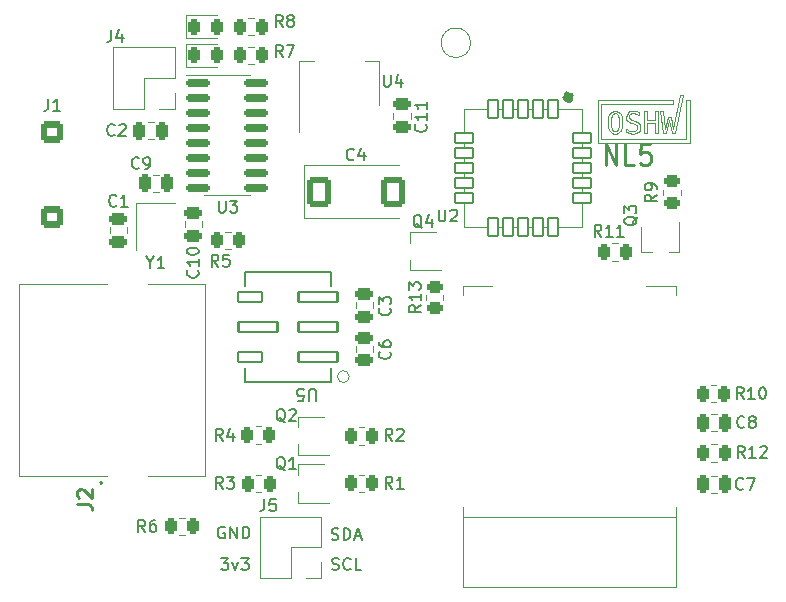
<source format=gto>
G04 #@! TF.GenerationSoftware,KiCad,Pcbnew,7.0.9*
G04 #@! TF.CreationDate,2024-01-13T23:58:37+01:00*
G04 #@! TF.ProjectId,ithowifi_4l,6974686f-7769-4666-995f-346c2e6b6963,rev?*
G04 #@! TF.SameCoordinates,Original*
G04 #@! TF.FileFunction,Legend,Top*
G04 #@! TF.FilePolarity,Positive*
%FSLAX46Y46*%
G04 Gerber Fmt 4.6, Leading zero omitted, Abs format (unit mm)*
G04 Created by KiCad (PCBNEW 7.0.9) date 2024-01-13 23:58:37*
%MOMM*%
%LPD*%
G01*
G04 APERTURE LIST*
G04 Aperture macros list*
%AMRoundRect*
0 Rectangle with rounded corners*
0 $1 Rounding radius*
0 $2 $3 $4 $5 $6 $7 $8 $9 X,Y pos of 4 corners*
0 Add a 4 corners polygon primitive as box body*
4,1,4,$2,$3,$4,$5,$6,$7,$8,$9,$2,$3,0*
0 Add four circle primitives for the rounded corners*
1,1,$1+$1,$2,$3*
1,1,$1+$1,$4,$5*
1,1,$1+$1,$6,$7*
1,1,$1+$1,$8,$9*
0 Add four rect primitives between the rounded corners*
20,1,$1+$1,$2,$3,$4,$5,0*
20,1,$1+$1,$4,$5,$6,$7,0*
20,1,$1+$1,$6,$7,$8,$9,0*
20,1,$1+$1,$8,$9,$2,$3,0*%
G04 Aperture macros list end*
%ADD10C,0.120000*%
%ADD11C,0.150000*%
%ADD12C,0.223242*%
%ADD13C,0.254000*%
%ADD14C,0.100000*%
%ADD15C,0.635000*%
%ADD16C,0.200000*%
%ADD17R,1.500000X0.900000*%
%ADD18R,0.900000X1.500000*%
%ADD19R,1.050000X1.050000*%
%ADD20RoundRect,0.250000X0.262500X0.450000X-0.262500X0.450000X-0.262500X-0.450000X0.262500X-0.450000X0*%
%ADD21R,1.700000X1.700000*%
%ADD22O,1.700000X1.700000*%
%ADD23RoundRect,0.250000X-0.262500X-0.450000X0.262500X-0.450000X0.262500X0.450000X-0.262500X0.450000X0*%
%ADD24RoundRect,0.250000X0.450000X-0.262500X0.450000X0.262500X-0.450000X0.262500X-0.450000X-0.262500X0*%
%ADD25C,2.500000*%
%ADD26R,1.350000X0.400000*%
%ADD27RoundRect,0.273000X-0.677000X0.637000X-0.677000X-0.637000X0.677000X-0.637000X0.677000X0.637000X0*%
%ADD28O,1.250000X1.050000*%
%ADD29RoundRect,0.250000X0.250000X0.475000X-0.250000X0.475000X-0.250000X-0.475000X0.250000X-0.475000X0*%
%ADD30R,1.000000X0.700000*%
%ADD31R,1.500000X2.000000*%
%ADD32R,3.800000X2.000000*%
%ADD33RoundRect,0.101600X-0.400000X0.750000X-0.400000X-0.750000X0.400000X-0.750000X0.400000X0.750000X0*%
%ADD34RoundRect,0.101600X-0.750000X-0.400000X0.750000X-0.400000X0.750000X0.400000X-0.750000X0.400000X0*%
%ADD35RoundRect,0.101600X0.750000X0.400000X-0.750000X0.400000X-0.750000X-0.400000X0.750000X-0.400000X0*%
%ADD36RoundRect,0.105000X1.655000X-0.420000X1.655000X0.420000X-1.655000X0.420000X-1.655000X-0.420000X0*%
%ADD37RoundRect,0.105000X1.005000X-0.420000X1.005000X0.420000X-1.005000X0.420000X-1.005000X-0.420000X0*%
%ADD38C,3.250000*%
%ADD39C,1.446000*%
%ADD40C,2.700000*%
%ADD41RoundRect,0.250000X0.475000X-0.250000X0.475000X0.250000X-0.475000X0.250000X-0.475000X-0.250000X0*%
%ADD42RoundRect,0.250000X-0.475000X0.250000X-0.475000X-0.250000X0.475000X-0.250000X0.475000X0.250000X0*%
%ADD43R,0.700000X1.000000*%
%ADD44RoundRect,0.250000X-0.787500X-1.025000X0.787500X-1.025000X0.787500X1.025000X-0.787500X1.025000X0*%
%ADD45RoundRect,0.250000X-0.450000X0.262500X-0.450000X-0.262500X0.450000X-0.262500X0.450000X0.262500X0*%
%ADD46RoundRect,0.250000X-0.250000X-0.475000X0.250000X-0.475000X0.250000X0.475000X-0.250000X0.475000X0*%
%ADD47R,0.750000X1.000000*%
%ADD48RoundRect,0.243750X-0.243750X-0.456250X0.243750X-0.456250X0.243750X0.456250X-0.243750X0.456250X0*%
%ADD49RoundRect,0.150000X-0.825000X-0.150000X0.825000X-0.150000X0.825000X0.150000X-0.825000X0.150000X0*%
%ADD50R,1.200000X1.400000*%
%ADD51C,2.000000*%
G04 APERTURE END LIST*
D10*
X101288428Y-116331942D02*
X101377445Y-116071744D01*
X104331119Y-115827549D02*
X104331119Y-115827549D01*
X102851676Y-117612966D02*
X102829629Y-117603872D01*
X101869407Y-115997322D02*
X101828340Y-115997322D01*
X106453645Y-116579135D02*
X106203099Y-117679361D01*
X101801056Y-115793919D02*
X101869407Y-115793919D01*
X101609235Y-117365722D02*
X101705699Y-117467982D01*
X103995448Y-117173647D02*
X103995448Y-117231762D01*
X102206475Y-117105016D02*
X102227699Y-116842634D01*
X101512222Y-116667628D02*
X101512222Y-116755258D01*
X103123695Y-116500903D02*
X103334540Y-116590717D01*
X100713235Y-115233392D02*
X106816560Y-115233392D01*
X103859020Y-117553428D02*
X103831735Y-117576593D01*
X102310107Y-117516750D02*
X102142813Y-117655688D01*
X103093652Y-117687083D02*
X103071604Y-117682409D01*
X102903212Y-116637860D02*
X102835140Y-116519343D01*
X103755946Y-117136411D02*
X103695032Y-116989548D01*
X103074637Y-116760491D02*
X102942074Y-116677280D01*
X102450940Y-117177508D02*
X102361364Y-117437401D01*
X106322124Y-116336057D02*
X106583642Y-116336057D01*
X102157418Y-116201284D02*
X102143361Y-116172328D01*
X103112402Y-116490133D02*
X103123695Y-116500903D01*
X103831735Y-117576593D02*
X103804450Y-117599707D01*
X103755946Y-117189598D02*
X103755946Y-117136411D01*
X103254337Y-116823889D02*
X103074637Y-116760491D01*
X105520652Y-117679361D02*
X105268735Y-117679361D01*
X103355485Y-117715480D02*
X103289892Y-117715480D01*
X101532888Y-116405500D02*
X101512222Y-116667628D01*
X102033120Y-117468236D02*
X102129305Y-117367094D01*
X101937758Y-117715226D02*
X101869407Y-117715226D01*
X106111304Y-117330721D02*
X106322124Y-116336057D01*
X102142813Y-115853457D02*
X102310107Y-115992395D01*
X103399031Y-115997627D02*
X103270044Y-116018557D01*
X102335741Y-116032070D02*
X102361364Y-116071744D01*
X103296501Y-117512077D02*
X103355485Y-117512077D01*
X102361364Y-116071744D02*
X102450940Y-116331942D01*
X103650663Y-117427749D02*
X103668027Y-117413423D01*
X102129305Y-116143118D02*
X102033120Y-116040909D01*
X102806195Y-116285358D02*
X102847541Y-116118074D01*
X101828340Y-115997322D02*
X101705699Y-116040909D01*
X101377445Y-117438468D02*
X101288428Y-117178880D01*
X102206475Y-116405500D02*
X102157418Y-116201284D01*
X102142813Y-117655688D02*
X101937758Y-117715226D01*
X103365406Y-116598185D02*
X103496871Y-116627954D01*
X102806195Y-116341289D02*
X102806195Y-116285358D01*
X103472340Y-115794478D02*
X103620895Y-115815154D01*
X103524156Y-117490842D02*
X103633021Y-117441820D01*
X103630816Y-117680733D02*
X103424106Y-117715480D01*
X105268735Y-116586602D02*
X105268735Y-115827549D01*
X103071056Y-116177053D02*
X103045422Y-116271287D01*
X103000225Y-115919344D02*
X103166966Y-115831714D01*
X103695032Y-116989548D02*
X103682906Y-116977407D01*
X102227699Y-116667628D02*
X102206475Y-116405500D01*
X101800781Y-117715226D02*
X101595732Y-117655688D01*
X107886764Y-118200000D02*
X100713235Y-118200000D01*
X101595179Y-117336817D02*
X101609235Y-117365722D01*
X103888788Y-115890947D02*
X103888788Y-116145354D01*
X102227699Y-116755258D02*
X102227699Y-116755258D01*
X103115429Y-117691756D02*
X103093652Y-117687083D01*
X102033120Y-116040909D02*
X101910199Y-115997322D01*
X104583036Y-117679361D02*
X104331119Y-117679361D01*
X101532888Y-117103899D02*
X101581117Y-117307607D01*
X106942239Y-117679361D02*
X106705206Y-117679361D01*
X105268735Y-117679361D02*
X105268735Y-116797422D01*
X103659482Y-116034813D02*
X103640458Y-116028514D01*
X103668027Y-117413423D02*
X103729485Y-117325234D01*
X103965679Y-116972733D02*
X103995448Y-117123203D01*
X104583036Y-116586602D02*
X105268735Y-116586602D01*
X103729485Y-117325234D02*
X103755946Y-117223533D01*
X102157418Y-117308978D02*
X102206475Y-117105016D01*
X101869407Y-117715226D02*
X101800781Y-117715226D01*
X103270044Y-116018557D02*
X103165594Y-116066817D01*
X101595732Y-117655688D02*
X101428438Y-117517614D01*
X102922781Y-116657722D02*
X102903212Y-116637860D01*
X103045422Y-116302732D02*
X103045422Y-116349570D01*
X106816560Y-114915892D02*
X100395735Y-114915892D01*
X105933808Y-115827549D02*
X106111304Y-117330721D01*
X106816560Y-115233392D02*
X106816560Y-114915892D01*
X106705206Y-117679361D02*
X106453645Y-116579135D01*
X105966016Y-117679361D02*
X105689613Y-115827549D01*
X101288428Y-117178880D02*
X101250389Y-116861075D01*
X103640732Y-115819319D02*
X103660305Y-115823180D01*
X101910199Y-115997322D02*
X101869407Y-115997322D01*
X102489523Y-116755258D02*
X102489523Y-116755258D01*
X103721768Y-116705932D02*
X103856535Y-116797168D01*
X107397814Y-114451732D02*
X107642009Y-114451732D01*
X103428794Y-115997627D02*
X103399031Y-115997627D01*
X101428438Y-117517614D02*
X101403078Y-117478193D01*
X103165594Y-116066817D02*
X103148505Y-116080838D01*
X102361364Y-117437401D02*
X102335741Y-117477076D01*
X102227699Y-116755258D02*
X102227699Y-116667628D01*
X103101099Y-116479364D02*
X103112402Y-116490133D01*
X103045422Y-116349570D02*
X103101099Y-116479364D01*
X101869407Y-115793919D02*
X101937758Y-115793919D01*
X103045422Y-116271287D02*
X103045422Y-116302732D01*
X103583689Y-116912637D02*
X103460768Y-116871286D01*
X107893368Y-114915892D02*
X107886764Y-118200000D01*
X103460768Y-116871286D02*
X103430999Y-116864682D01*
X103804450Y-117599707D02*
X103630816Y-117680733D01*
X107642009Y-114451732D02*
X106942239Y-117679361D01*
X105268735Y-115827549D02*
X105520652Y-115827549D01*
X103416394Y-115794478D02*
X103472340Y-115794478D01*
X102129305Y-117367094D02*
X102143361Y-117338188D01*
X103660305Y-115823180D02*
X103867015Y-115882972D01*
X105520652Y-115827549D02*
X105520652Y-117679361D01*
X105689613Y-115827549D02*
X105689613Y-115827549D01*
X102489523Y-116649442D02*
X102489523Y-116755258D01*
X103876383Y-116818911D02*
X103896225Y-116840450D01*
X103856535Y-116797168D02*
X103876383Y-116818911D01*
X101512222Y-116755258D02*
X101512222Y-116842380D01*
X103071604Y-117682409D02*
X102851676Y-117612966D01*
X108204264Y-114915892D02*
X107893368Y-114915892D01*
X103119839Y-117476822D02*
X103296501Y-117512077D01*
X103448088Y-115997627D02*
X103428794Y-115997627D01*
X102972392Y-115944440D02*
X103000225Y-115919344D01*
X101705699Y-116040909D02*
X101609235Y-116143118D01*
X103633021Y-117441820D02*
X103650663Y-117427749D01*
X101403078Y-117478193D02*
X101377445Y-117438468D01*
X101705699Y-117467982D02*
X101828340Y-117511823D01*
X102143361Y-117338188D02*
X102157418Y-117308978D01*
X103098620Y-117469913D02*
X103119839Y-117476822D01*
X101250389Y-116755258D02*
X101250389Y-116649442D01*
X103148505Y-116080838D02*
X103131142Y-116094350D01*
X102835140Y-116519343D02*
X102806195Y-116385688D01*
X104583036Y-115827549D02*
X104583036Y-116586602D01*
X103355485Y-117512077D02*
X103397649Y-117512077D01*
X102944554Y-115969230D02*
X102972392Y-115944440D01*
X100395735Y-118517500D02*
X108204264Y-118517500D01*
X101910199Y-117511823D02*
X102033120Y-117468236D01*
X100713235Y-118200000D02*
X100713235Y-115233392D01*
X103166966Y-115831714D02*
X103353829Y-115794478D01*
X101250389Y-116649442D02*
X101288428Y-116331942D01*
X102450940Y-116331942D02*
X102489523Y-116649442D01*
X103131142Y-116094350D02*
X103071056Y-116177053D01*
X103289892Y-117715480D02*
X103115429Y-117691756D01*
X100395735Y-114915892D02*
X100395735Y-114915892D01*
X103640458Y-116028514D02*
X103448088Y-115997627D01*
X104331119Y-117679361D02*
X104331119Y-115827549D01*
X103077396Y-117462750D02*
X103098620Y-117469913D01*
X103334540Y-116590717D02*
X103365406Y-116598185D01*
X101595179Y-116172328D02*
X101581117Y-116201284D01*
X104583036Y-116797422D02*
X104583036Y-117679361D01*
X103620895Y-115815154D02*
X103640732Y-115819319D01*
X103896225Y-116840450D02*
X103965679Y-116972733D01*
X101377445Y-116071744D02*
X101403078Y-116032070D01*
X101596555Y-115853457D02*
X101801056Y-115793919D01*
X101512222Y-116842380D02*
X101532888Y-117103899D01*
X106203099Y-117679361D02*
X105966016Y-117679361D01*
X102806195Y-116385688D02*
X102806195Y-116341289D01*
X102847541Y-116118074D02*
X102944554Y-115969230D01*
X103867015Y-115882972D02*
X103888788Y-115891252D01*
X101828340Y-117511823D02*
X101869407Y-117511823D01*
X103297334Y-116833541D02*
X103254337Y-116823889D01*
X103995448Y-117123203D02*
X103995448Y-117173647D01*
X101403078Y-116032070D02*
X101428712Y-115992395D01*
X102829629Y-117603872D02*
X102829629Y-117337325D01*
X103540143Y-116637860D02*
X103721768Y-116705932D01*
X103888788Y-116145354D02*
X103869764Y-116132958D01*
X105268735Y-116797422D02*
X104583036Y-116797422D01*
X101428712Y-115992395D02*
X101596555Y-115853457D01*
X101937758Y-115793919D02*
X102142813Y-115853457D01*
X100395735Y-114915892D02*
X100395735Y-118517500D01*
X102489523Y-116860821D02*
X102450940Y-117177508D01*
X101581117Y-116201284D02*
X101532888Y-116405500D01*
X103670775Y-116965012D02*
X103583689Y-116912637D01*
X103678497Y-116040909D02*
X103659482Y-116034813D01*
X102942074Y-116677280D02*
X102922781Y-116657722D01*
X103995448Y-117231762D02*
X103954381Y-117406260D01*
X103353829Y-115794478D02*
X103416394Y-115794478D01*
X102853327Y-117352209D02*
X103077396Y-117462750D01*
X103682906Y-116977407D02*
X103670775Y-116965012D01*
X103424106Y-117715480D02*
X103355485Y-117715480D01*
X105689613Y-115827549D02*
X105933808Y-115827549D01*
X104331119Y-115827549D02*
X104583036Y-115827549D01*
X108204264Y-118517500D02*
X108204264Y-114915892D01*
X106583642Y-116336057D02*
X106797002Y-117333210D01*
X102310107Y-115992395D02*
X102335741Y-116032070D01*
X103869764Y-116132958D02*
X103678497Y-116040909D01*
X101250389Y-116861075D02*
X101250389Y-116755258D01*
X102335741Y-117477076D02*
X102310107Y-117516750D01*
X103954381Y-117406260D02*
X103859020Y-117553428D01*
X103430999Y-116864682D02*
X103297334Y-116833541D01*
X102489523Y-116755258D02*
X102489523Y-116860821D01*
X103888788Y-115891252D02*
X103888788Y-115890947D01*
X103397649Y-117512077D02*
X103524156Y-117490842D01*
X102829629Y-117337325D02*
X102853327Y-117352209D01*
X101609235Y-116143118D02*
X101595179Y-116172328D01*
X106797002Y-117333210D02*
X107397814Y-114451732D01*
X103496871Y-116627954D02*
X103540143Y-116637860D01*
X101581117Y-117307607D02*
X101595179Y-117336817D01*
X101869407Y-117511823D02*
X101910199Y-117511823D01*
X103755946Y-117223533D02*
X103755946Y-117189598D01*
X102227699Y-116842634D02*
X102227699Y-116755258D01*
X102143361Y-116172328D02*
X102129305Y-116143118D01*
D11*
X77905124Y-154610600D02*
X78047981Y-154658219D01*
X78047981Y-154658219D02*
X78286076Y-154658219D01*
X78286076Y-154658219D02*
X78381314Y-154610600D01*
X78381314Y-154610600D02*
X78428933Y-154562980D01*
X78428933Y-154562980D02*
X78476552Y-154467742D01*
X78476552Y-154467742D02*
X78476552Y-154372504D01*
X78476552Y-154372504D02*
X78428933Y-154277266D01*
X78428933Y-154277266D02*
X78381314Y-154229647D01*
X78381314Y-154229647D02*
X78286076Y-154182028D01*
X78286076Y-154182028D02*
X78095600Y-154134409D01*
X78095600Y-154134409D02*
X78000362Y-154086790D01*
X78000362Y-154086790D02*
X77952743Y-154039171D01*
X77952743Y-154039171D02*
X77905124Y-153943933D01*
X77905124Y-153943933D02*
X77905124Y-153848695D01*
X77905124Y-153848695D02*
X77952743Y-153753457D01*
X77952743Y-153753457D02*
X78000362Y-153705838D01*
X78000362Y-153705838D02*
X78095600Y-153658219D01*
X78095600Y-153658219D02*
X78333695Y-153658219D01*
X78333695Y-153658219D02*
X78476552Y-153705838D01*
X79476552Y-154562980D02*
X79428933Y-154610600D01*
X79428933Y-154610600D02*
X79286076Y-154658219D01*
X79286076Y-154658219D02*
X79190838Y-154658219D01*
X79190838Y-154658219D02*
X79047981Y-154610600D01*
X79047981Y-154610600D02*
X78952743Y-154515361D01*
X78952743Y-154515361D02*
X78905124Y-154420123D01*
X78905124Y-154420123D02*
X78857505Y-154229647D01*
X78857505Y-154229647D02*
X78857505Y-154086790D01*
X78857505Y-154086790D02*
X78905124Y-153896314D01*
X78905124Y-153896314D02*
X78952743Y-153801076D01*
X78952743Y-153801076D02*
X79047981Y-153705838D01*
X79047981Y-153705838D02*
X79190838Y-153658219D01*
X79190838Y-153658219D02*
X79286076Y-153658219D01*
X79286076Y-153658219D02*
X79428933Y-153705838D01*
X79428933Y-153705838D02*
X79476552Y-153753457D01*
X80381314Y-154658219D02*
X79905124Y-154658219D01*
X79905124Y-154658219D02*
X79905124Y-153658219D01*
X77881314Y-152070600D02*
X78024171Y-152118219D01*
X78024171Y-152118219D02*
X78262266Y-152118219D01*
X78262266Y-152118219D02*
X78357504Y-152070600D01*
X78357504Y-152070600D02*
X78405123Y-152022980D01*
X78405123Y-152022980D02*
X78452742Y-151927742D01*
X78452742Y-151927742D02*
X78452742Y-151832504D01*
X78452742Y-151832504D02*
X78405123Y-151737266D01*
X78405123Y-151737266D02*
X78357504Y-151689647D01*
X78357504Y-151689647D02*
X78262266Y-151642028D01*
X78262266Y-151642028D02*
X78071790Y-151594409D01*
X78071790Y-151594409D02*
X77976552Y-151546790D01*
X77976552Y-151546790D02*
X77928933Y-151499171D01*
X77928933Y-151499171D02*
X77881314Y-151403933D01*
X77881314Y-151403933D02*
X77881314Y-151308695D01*
X77881314Y-151308695D02*
X77928933Y-151213457D01*
X77928933Y-151213457D02*
X77976552Y-151165838D01*
X77976552Y-151165838D02*
X78071790Y-151118219D01*
X78071790Y-151118219D02*
X78309885Y-151118219D01*
X78309885Y-151118219D02*
X78452742Y-151165838D01*
X78881314Y-152118219D02*
X78881314Y-151118219D01*
X78881314Y-151118219D02*
X79119409Y-151118219D01*
X79119409Y-151118219D02*
X79262266Y-151165838D01*
X79262266Y-151165838D02*
X79357504Y-151261076D01*
X79357504Y-151261076D02*
X79405123Y-151356314D01*
X79405123Y-151356314D02*
X79452742Y-151546790D01*
X79452742Y-151546790D02*
X79452742Y-151689647D01*
X79452742Y-151689647D02*
X79405123Y-151880123D01*
X79405123Y-151880123D02*
X79357504Y-151975361D01*
X79357504Y-151975361D02*
X79262266Y-152070600D01*
X79262266Y-152070600D02*
X79119409Y-152118219D01*
X79119409Y-152118219D02*
X78881314Y-152118219D01*
X79833695Y-151832504D02*
X80309885Y-151832504D01*
X79738457Y-152118219D02*
X80071790Y-151118219D01*
X80071790Y-151118219D02*
X80405123Y-152118219D01*
X68808695Y-151038838D02*
X68713457Y-150991219D01*
X68713457Y-150991219D02*
X68570600Y-150991219D01*
X68570600Y-150991219D02*
X68427743Y-151038838D01*
X68427743Y-151038838D02*
X68332505Y-151134076D01*
X68332505Y-151134076D02*
X68284886Y-151229314D01*
X68284886Y-151229314D02*
X68237267Y-151419790D01*
X68237267Y-151419790D02*
X68237267Y-151562647D01*
X68237267Y-151562647D02*
X68284886Y-151753123D01*
X68284886Y-151753123D02*
X68332505Y-151848361D01*
X68332505Y-151848361D02*
X68427743Y-151943600D01*
X68427743Y-151943600D02*
X68570600Y-151991219D01*
X68570600Y-151991219D02*
X68665838Y-151991219D01*
X68665838Y-151991219D02*
X68808695Y-151943600D01*
X68808695Y-151943600D02*
X68856314Y-151895980D01*
X68856314Y-151895980D02*
X68856314Y-151562647D01*
X68856314Y-151562647D02*
X68665838Y-151562647D01*
X69284886Y-151991219D02*
X69284886Y-150991219D01*
X69284886Y-150991219D02*
X69856314Y-151991219D01*
X69856314Y-151991219D02*
X69856314Y-150991219D01*
X70332505Y-151991219D02*
X70332505Y-150991219D01*
X70332505Y-150991219D02*
X70570600Y-150991219D01*
X70570600Y-150991219D02*
X70713457Y-151038838D01*
X70713457Y-151038838D02*
X70808695Y-151134076D01*
X70808695Y-151134076D02*
X70856314Y-151229314D01*
X70856314Y-151229314D02*
X70903933Y-151419790D01*
X70903933Y-151419790D02*
X70903933Y-151562647D01*
X70903933Y-151562647D02*
X70856314Y-151753123D01*
X70856314Y-151753123D02*
X70808695Y-151848361D01*
X70808695Y-151848361D02*
X70713457Y-151943600D01*
X70713457Y-151943600D02*
X70570600Y-151991219D01*
X70570600Y-151991219D02*
X70332505Y-151991219D01*
X68507124Y-153658219D02*
X69126171Y-153658219D01*
X69126171Y-153658219D02*
X68792838Y-154039171D01*
X68792838Y-154039171D02*
X68935695Y-154039171D01*
X68935695Y-154039171D02*
X69030933Y-154086790D01*
X69030933Y-154086790D02*
X69078552Y-154134409D01*
X69078552Y-154134409D02*
X69126171Y-154229647D01*
X69126171Y-154229647D02*
X69126171Y-154467742D01*
X69126171Y-154467742D02*
X69078552Y-154562980D01*
X69078552Y-154562980D02*
X69030933Y-154610600D01*
X69030933Y-154610600D02*
X68935695Y-154658219D01*
X68935695Y-154658219D02*
X68649981Y-154658219D01*
X68649981Y-154658219D02*
X68554743Y-154610600D01*
X68554743Y-154610600D02*
X68507124Y-154562980D01*
X69459505Y-153991552D02*
X69697600Y-154658219D01*
X69697600Y-154658219D02*
X69935695Y-153991552D01*
X70221410Y-153658219D02*
X70840457Y-153658219D01*
X70840457Y-153658219D02*
X70507124Y-154039171D01*
X70507124Y-154039171D02*
X70649981Y-154039171D01*
X70649981Y-154039171D02*
X70745219Y-154086790D01*
X70745219Y-154086790D02*
X70792838Y-154134409D01*
X70792838Y-154134409D02*
X70840457Y-154229647D01*
X70840457Y-154229647D02*
X70840457Y-154467742D01*
X70840457Y-154467742D02*
X70792838Y-154562980D01*
X70792838Y-154562980D02*
X70745219Y-154610600D01*
X70745219Y-154610600D02*
X70649981Y-154658219D01*
X70649981Y-154658219D02*
X70364267Y-154658219D01*
X70364267Y-154658219D02*
X70269029Y-154610600D01*
X70269029Y-154610600D02*
X70221410Y-154562980D01*
D12*
X101065629Y-120348069D02*
X101065629Y-118562129D01*
X101065629Y-118562129D02*
X101984112Y-120348069D01*
X101984112Y-120348069D02*
X101984112Y-118562129D01*
X103514918Y-120348069D02*
X102749515Y-120348069D01*
X102749515Y-120348069D02*
X102749515Y-118562129D01*
X104816103Y-118562129D02*
X104050700Y-118562129D01*
X104050700Y-118562129D02*
X103974160Y-119412577D01*
X103974160Y-119412577D02*
X104050700Y-119327532D01*
X104050700Y-119327532D02*
X104203781Y-119242487D01*
X104203781Y-119242487D02*
X104586482Y-119242487D01*
X104586482Y-119242487D02*
X104739563Y-119327532D01*
X104739563Y-119327532D02*
X104816103Y-119412577D01*
X104816103Y-119412577D02*
X104892643Y-119582666D01*
X104892643Y-119582666D02*
X104892643Y-120007890D01*
X104892643Y-120007890D02*
X104816103Y-120177980D01*
X104816103Y-120177980D02*
X104739563Y-120263025D01*
X104739563Y-120263025D02*
X104586482Y-120348069D01*
X104586482Y-120348069D02*
X104203781Y-120348069D01*
X104203781Y-120348069D02*
X104050700Y-120263025D01*
X104050700Y-120263025D02*
X103974160Y-120177980D01*
D11*
X112751142Y-140188819D02*
X112417809Y-139712628D01*
X112179714Y-140188819D02*
X112179714Y-139188819D01*
X112179714Y-139188819D02*
X112560666Y-139188819D01*
X112560666Y-139188819D02*
X112655904Y-139236438D01*
X112655904Y-139236438D02*
X112703523Y-139284057D01*
X112703523Y-139284057D02*
X112751142Y-139379295D01*
X112751142Y-139379295D02*
X112751142Y-139522152D01*
X112751142Y-139522152D02*
X112703523Y-139617390D01*
X112703523Y-139617390D02*
X112655904Y-139665009D01*
X112655904Y-139665009D02*
X112560666Y-139712628D01*
X112560666Y-139712628D02*
X112179714Y-139712628D01*
X113703523Y-140188819D02*
X113132095Y-140188819D01*
X113417809Y-140188819D02*
X113417809Y-139188819D01*
X113417809Y-139188819D02*
X113322571Y-139331676D01*
X113322571Y-139331676D02*
X113227333Y-139426914D01*
X113227333Y-139426914D02*
X113132095Y-139474533D01*
X114322571Y-139188819D02*
X114417809Y-139188819D01*
X114417809Y-139188819D02*
X114513047Y-139236438D01*
X114513047Y-139236438D02*
X114560666Y-139284057D01*
X114560666Y-139284057D02*
X114608285Y-139379295D01*
X114608285Y-139379295D02*
X114655904Y-139569771D01*
X114655904Y-139569771D02*
X114655904Y-139807866D01*
X114655904Y-139807866D02*
X114608285Y-139998342D01*
X114608285Y-139998342D02*
X114560666Y-140093580D01*
X114560666Y-140093580D02*
X114513047Y-140141200D01*
X114513047Y-140141200D02*
X114417809Y-140188819D01*
X114417809Y-140188819D02*
X114322571Y-140188819D01*
X114322571Y-140188819D02*
X114227333Y-140141200D01*
X114227333Y-140141200D02*
X114179714Y-140093580D01*
X114179714Y-140093580D02*
X114132095Y-139998342D01*
X114132095Y-139998342D02*
X114084476Y-139807866D01*
X114084476Y-139807866D02*
X114084476Y-139569771D01*
X114084476Y-139569771D02*
X114132095Y-139379295D01*
X114132095Y-139379295D02*
X114179714Y-139284057D01*
X114179714Y-139284057D02*
X114227333Y-139236438D01*
X114227333Y-139236438D02*
X114322571Y-139188819D01*
X72183666Y-148679819D02*
X72183666Y-149394104D01*
X72183666Y-149394104D02*
X72136047Y-149536961D01*
X72136047Y-149536961D02*
X72040809Y-149632200D01*
X72040809Y-149632200D02*
X71897952Y-149679819D01*
X71897952Y-149679819D02*
X71802714Y-149679819D01*
X73136047Y-148679819D02*
X72659857Y-148679819D01*
X72659857Y-148679819D02*
X72612238Y-149156009D01*
X72612238Y-149156009D02*
X72659857Y-149108390D01*
X72659857Y-149108390D02*
X72755095Y-149060771D01*
X72755095Y-149060771D02*
X72993190Y-149060771D01*
X72993190Y-149060771D02*
X73088428Y-149108390D01*
X73088428Y-149108390D02*
X73136047Y-149156009D01*
X73136047Y-149156009D02*
X73183666Y-149251247D01*
X73183666Y-149251247D02*
X73183666Y-149489342D01*
X73183666Y-149489342D02*
X73136047Y-149584580D01*
X73136047Y-149584580D02*
X73088428Y-149632200D01*
X73088428Y-149632200D02*
X72993190Y-149679819D01*
X72993190Y-149679819D02*
X72755095Y-149679819D01*
X72755095Y-149679819D02*
X72659857Y-149632200D01*
X72659857Y-149632200D02*
X72612238Y-149584580D01*
X112831642Y-145171319D02*
X112498309Y-144695128D01*
X112260214Y-145171319D02*
X112260214Y-144171319D01*
X112260214Y-144171319D02*
X112641166Y-144171319D01*
X112641166Y-144171319D02*
X112736404Y-144218938D01*
X112736404Y-144218938D02*
X112784023Y-144266557D01*
X112784023Y-144266557D02*
X112831642Y-144361795D01*
X112831642Y-144361795D02*
X112831642Y-144504652D01*
X112831642Y-144504652D02*
X112784023Y-144599890D01*
X112784023Y-144599890D02*
X112736404Y-144647509D01*
X112736404Y-144647509D02*
X112641166Y-144695128D01*
X112641166Y-144695128D02*
X112260214Y-144695128D01*
X113784023Y-145171319D02*
X113212595Y-145171319D01*
X113498309Y-145171319D02*
X113498309Y-144171319D01*
X113498309Y-144171319D02*
X113403071Y-144314176D01*
X113403071Y-144314176D02*
X113307833Y-144409414D01*
X113307833Y-144409414D02*
X113212595Y-144457033D01*
X114164976Y-144266557D02*
X114212595Y-144218938D01*
X114212595Y-144218938D02*
X114307833Y-144171319D01*
X114307833Y-144171319D02*
X114545928Y-144171319D01*
X114545928Y-144171319D02*
X114641166Y-144218938D01*
X114641166Y-144218938D02*
X114688785Y-144266557D01*
X114688785Y-144266557D02*
X114736404Y-144361795D01*
X114736404Y-144361795D02*
X114736404Y-144457033D01*
X114736404Y-144457033D02*
X114688785Y-144599890D01*
X114688785Y-144599890D02*
X114117357Y-145171319D01*
X114117357Y-145171319D02*
X114736404Y-145171319D01*
X85404819Y-132230357D02*
X84928628Y-132563690D01*
X85404819Y-132801785D02*
X84404819Y-132801785D01*
X84404819Y-132801785D02*
X84404819Y-132420833D01*
X84404819Y-132420833D02*
X84452438Y-132325595D01*
X84452438Y-132325595D02*
X84500057Y-132277976D01*
X84500057Y-132277976D02*
X84595295Y-132230357D01*
X84595295Y-132230357D02*
X84738152Y-132230357D01*
X84738152Y-132230357D02*
X84833390Y-132277976D01*
X84833390Y-132277976D02*
X84881009Y-132325595D01*
X84881009Y-132325595D02*
X84928628Y-132420833D01*
X84928628Y-132420833D02*
X84928628Y-132801785D01*
X85404819Y-131277976D02*
X85404819Y-131849404D01*
X85404819Y-131563690D02*
X84404819Y-131563690D01*
X84404819Y-131563690D02*
X84547676Y-131658928D01*
X84547676Y-131658928D02*
X84642914Y-131754166D01*
X84642914Y-131754166D02*
X84690533Y-131849404D01*
X84404819Y-130944642D02*
X84404819Y-130325595D01*
X84404819Y-130325595D02*
X84785771Y-130658928D01*
X84785771Y-130658928D02*
X84785771Y-130516071D01*
X84785771Y-130516071D02*
X84833390Y-130420833D01*
X84833390Y-130420833D02*
X84881009Y-130373214D01*
X84881009Y-130373214D02*
X84976247Y-130325595D01*
X84976247Y-130325595D02*
X85214342Y-130325595D01*
X85214342Y-130325595D02*
X85309580Y-130373214D01*
X85309580Y-130373214D02*
X85357200Y-130420833D01*
X85357200Y-130420833D02*
X85404819Y-130516071D01*
X85404819Y-130516071D02*
X85404819Y-130801785D01*
X85404819Y-130801785D02*
X85357200Y-130897023D01*
X85357200Y-130897023D02*
X85309580Y-130944642D01*
X53870266Y-114796219D02*
X53870266Y-115510504D01*
X53870266Y-115510504D02*
X53822647Y-115653361D01*
X53822647Y-115653361D02*
X53727409Y-115748600D01*
X53727409Y-115748600D02*
X53584552Y-115796219D01*
X53584552Y-115796219D02*
X53489314Y-115796219D01*
X54870266Y-115796219D02*
X54298838Y-115796219D01*
X54584552Y-115796219D02*
X54584552Y-114796219D01*
X54584552Y-114796219D02*
X54489314Y-114939076D01*
X54489314Y-114939076D02*
X54394076Y-115034314D01*
X54394076Y-115034314D02*
X54298838Y-115081933D01*
X112719333Y-147777080D02*
X112671714Y-147824700D01*
X112671714Y-147824700D02*
X112528857Y-147872319D01*
X112528857Y-147872319D02*
X112433619Y-147872319D01*
X112433619Y-147872319D02*
X112290762Y-147824700D01*
X112290762Y-147824700D02*
X112195524Y-147729461D01*
X112195524Y-147729461D02*
X112147905Y-147634223D01*
X112147905Y-147634223D02*
X112100286Y-147443747D01*
X112100286Y-147443747D02*
X112100286Y-147300890D01*
X112100286Y-147300890D02*
X112147905Y-147110414D01*
X112147905Y-147110414D02*
X112195524Y-147015176D01*
X112195524Y-147015176D02*
X112290762Y-146919938D01*
X112290762Y-146919938D02*
X112433619Y-146872319D01*
X112433619Y-146872319D02*
X112528857Y-146872319D01*
X112528857Y-146872319D02*
X112671714Y-146919938D01*
X112671714Y-146919938D02*
X112719333Y-146967557D01*
X113052667Y-146872319D02*
X113719333Y-146872319D01*
X113719333Y-146872319D02*
X113290762Y-147872319D01*
X73945761Y-142155057D02*
X73850523Y-142107438D01*
X73850523Y-142107438D02*
X73755285Y-142012200D01*
X73755285Y-142012200D02*
X73612428Y-141869342D01*
X73612428Y-141869342D02*
X73517190Y-141821723D01*
X73517190Y-141821723D02*
X73421952Y-141821723D01*
X73469571Y-142059819D02*
X73374333Y-142012200D01*
X73374333Y-142012200D02*
X73279095Y-141916961D01*
X73279095Y-141916961D02*
X73231476Y-141726485D01*
X73231476Y-141726485D02*
X73231476Y-141393152D01*
X73231476Y-141393152D02*
X73279095Y-141202676D01*
X73279095Y-141202676D02*
X73374333Y-141107438D01*
X73374333Y-141107438D02*
X73469571Y-141059819D01*
X73469571Y-141059819D02*
X73660047Y-141059819D01*
X73660047Y-141059819D02*
X73755285Y-141107438D01*
X73755285Y-141107438D02*
X73850523Y-141202676D01*
X73850523Y-141202676D02*
X73898142Y-141393152D01*
X73898142Y-141393152D02*
X73898142Y-141726485D01*
X73898142Y-141726485D02*
X73850523Y-141916961D01*
X73850523Y-141916961D02*
X73755285Y-142012200D01*
X73755285Y-142012200D02*
X73660047Y-142059819D01*
X73660047Y-142059819D02*
X73469571Y-142059819D01*
X74279095Y-141155057D02*
X74326714Y-141107438D01*
X74326714Y-141107438D02*
X74421952Y-141059819D01*
X74421952Y-141059819D02*
X74660047Y-141059819D01*
X74660047Y-141059819D02*
X74755285Y-141107438D01*
X74755285Y-141107438D02*
X74802904Y-141155057D01*
X74802904Y-141155057D02*
X74850523Y-141250295D01*
X74850523Y-141250295D02*
X74850523Y-141345533D01*
X74850523Y-141345533D02*
X74802904Y-141488390D01*
X74802904Y-141488390D02*
X74231476Y-142059819D01*
X74231476Y-142059819D02*
X74850523Y-142059819D01*
X73945761Y-146219057D02*
X73850523Y-146171438D01*
X73850523Y-146171438D02*
X73755285Y-146076200D01*
X73755285Y-146076200D02*
X73612428Y-145933342D01*
X73612428Y-145933342D02*
X73517190Y-145885723D01*
X73517190Y-145885723D02*
X73421952Y-145885723D01*
X73469571Y-146123819D02*
X73374333Y-146076200D01*
X73374333Y-146076200D02*
X73279095Y-145980961D01*
X73279095Y-145980961D02*
X73231476Y-145790485D01*
X73231476Y-145790485D02*
X73231476Y-145457152D01*
X73231476Y-145457152D02*
X73279095Y-145266676D01*
X73279095Y-145266676D02*
X73374333Y-145171438D01*
X73374333Y-145171438D02*
X73469571Y-145123819D01*
X73469571Y-145123819D02*
X73660047Y-145123819D01*
X73660047Y-145123819D02*
X73755285Y-145171438D01*
X73755285Y-145171438D02*
X73850523Y-145266676D01*
X73850523Y-145266676D02*
X73898142Y-145457152D01*
X73898142Y-145457152D02*
X73898142Y-145790485D01*
X73898142Y-145790485D02*
X73850523Y-145980961D01*
X73850523Y-145980961D02*
X73755285Y-146076200D01*
X73755285Y-146076200D02*
X73660047Y-146123819D01*
X73660047Y-146123819D02*
X73469571Y-146123819D01*
X74850523Y-146123819D02*
X74279095Y-146123819D01*
X74564809Y-146123819D02*
X74564809Y-145123819D01*
X74564809Y-145123819D02*
X74469571Y-145266676D01*
X74469571Y-145266676D02*
X74374333Y-145361914D01*
X74374333Y-145361914D02*
X74279095Y-145409533D01*
X83018333Y-147774819D02*
X82685000Y-147298628D01*
X82446905Y-147774819D02*
X82446905Y-146774819D01*
X82446905Y-146774819D02*
X82827857Y-146774819D01*
X82827857Y-146774819D02*
X82923095Y-146822438D01*
X82923095Y-146822438D02*
X82970714Y-146870057D01*
X82970714Y-146870057D02*
X83018333Y-146965295D01*
X83018333Y-146965295D02*
X83018333Y-147108152D01*
X83018333Y-147108152D02*
X82970714Y-147203390D01*
X82970714Y-147203390D02*
X82923095Y-147251009D01*
X82923095Y-147251009D02*
X82827857Y-147298628D01*
X82827857Y-147298628D02*
X82446905Y-147298628D01*
X83970714Y-147774819D02*
X83399286Y-147774819D01*
X83685000Y-147774819D02*
X83685000Y-146774819D01*
X83685000Y-146774819D02*
X83589762Y-146917676D01*
X83589762Y-146917676D02*
X83494524Y-147012914D01*
X83494524Y-147012914D02*
X83399286Y-147060533D01*
X83018333Y-143710819D02*
X82685000Y-143234628D01*
X82446905Y-143710819D02*
X82446905Y-142710819D01*
X82446905Y-142710819D02*
X82827857Y-142710819D01*
X82827857Y-142710819D02*
X82923095Y-142758438D01*
X82923095Y-142758438D02*
X82970714Y-142806057D01*
X82970714Y-142806057D02*
X83018333Y-142901295D01*
X83018333Y-142901295D02*
X83018333Y-143044152D01*
X83018333Y-143044152D02*
X82970714Y-143139390D01*
X82970714Y-143139390D02*
X82923095Y-143187009D01*
X82923095Y-143187009D02*
X82827857Y-143234628D01*
X82827857Y-143234628D02*
X82446905Y-143234628D01*
X83399286Y-142806057D02*
X83446905Y-142758438D01*
X83446905Y-142758438D02*
X83542143Y-142710819D01*
X83542143Y-142710819D02*
X83780238Y-142710819D01*
X83780238Y-142710819D02*
X83875476Y-142758438D01*
X83875476Y-142758438D02*
X83923095Y-142806057D01*
X83923095Y-142806057D02*
X83970714Y-142901295D01*
X83970714Y-142901295D02*
X83970714Y-142996533D01*
X83970714Y-142996533D02*
X83923095Y-143139390D01*
X83923095Y-143139390D02*
X83351667Y-143710819D01*
X83351667Y-143710819D02*
X83970714Y-143710819D01*
X68667333Y-147774819D02*
X68334000Y-147298628D01*
X68095905Y-147774819D02*
X68095905Y-146774819D01*
X68095905Y-146774819D02*
X68476857Y-146774819D01*
X68476857Y-146774819D02*
X68572095Y-146822438D01*
X68572095Y-146822438D02*
X68619714Y-146870057D01*
X68619714Y-146870057D02*
X68667333Y-146965295D01*
X68667333Y-146965295D02*
X68667333Y-147108152D01*
X68667333Y-147108152D02*
X68619714Y-147203390D01*
X68619714Y-147203390D02*
X68572095Y-147251009D01*
X68572095Y-147251009D02*
X68476857Y-147298628D01*
X68476857Y-147298628D02*
X68095905Y-147298628D01*
X69000667Y-146774819D02*
X69619714Y-146774819D01*
X69619714Y-146774819D02*
X69286381Y-147155771D01*
X69286381Y-147155771D02*
X69429238Y-147155771D01*
X69429238Y-147155771D02*
X69524476Y-147203390D01*
X69524476Y-147203390D02*
X69572095Y-147251009D01*
X69572095Y-147251009D02*
X69619714Y-147346247D01*
X69619714Y-147346247D02*
X69619714Y-147584342D01*
X69619714Y-147584342D02*
X69572095Y-147679580D01*
X69572095Y-147679580D02*
X69524476Y-147727200D01*
X69524476Y-147727200D02*
X69429238Y-147774819D01*
X69429238Y-147774819D02*
X69143524Y-147774819D01*
X69143524Y-147774819D02*
X69048286Y-147727200D01*
X69048286Y-147727200D02*
X69000667Y-147679580D01*
X68286333Y-128978819D02*
X67953000Y-128502628D01*
X67714905Y-128978819D02*
X67714905Y-127978819D01*
X67714905Y-127978819D02*
X68095857Y-127978819D01*
X68095857Y-127978819D02*
X68191095Y-128026438D01*
X68191095Y-128026438D02*
X68238714Y-128074057D01*
X68238714Y-128074057D02*
X68286333Y-128169295D01*
X68286333Y-128169295D02*
X68286333Y-128312152D01*
X68286333Y-128312152D02*
X68238714Y-128407390D01*
X68238714Y-128407390D02*
X68191095Y-128455009D01*
X68191095Y-128455009D02*
X68095857Y-128502628D01*
X68095857Y-128502628D02*
X67714905Y-128502628D01*
X69191095Y-127978819D02*
X68714905Y-127978819D01*
X68714905Y-127978819D02*
X68667286Y-128455009D01*
X68667286Y-128455009D02*
X68714905Y-128407390D01*
X68714905Y-128407390D02*
X68810143Y-128359771D01*
X68810143Y-128359771D02*
X69048238Y-128359771D01*
X69048238Y-128359771D02*
X69143476Y-128407390D01*
X69143476Y-128407390D02*
X69191095Y-128455009D01*
X69191095Y-128455009D02*
X69238714Y-128550247D01*
X69238714Y-128550247D02*
X69238714Y-128788342D01*
X69238714Y-128788342D02*
X69191095Y-128883580D01*
X69191095Y-128883580D02*
X69143476Y-128931200D01*
X69143476Y-128931200D02*
X69048238Y-128978819D01*
X69048238Y-128978819D02*
X68810143Y-128978819D01*
X68810143Y-128978819D02*
X68714905Y-128931200D01*
X68714905Y-128931200D02*
X68667286Y-128883580D01*
X82296095Y-112738819D02*
X82296095Y-113548342D01*
X82296095Y-113548342D02*
X82343714Y-113643580D01*
X82343714Y-113643580D02*
X82391333Y-113691200D01*
X82391333Y-113691200D02*
X82486571Y-113738819D01*
X82486571Y-113738819D02*
X82677047Y-113738819D01*
X82677047Y-113738819D02*
X82772285Y-113691200D01*
X82772285Y-113691200D02*
X82819904Y-113643580D01*
X82819904Y-113643580D02*
X82867523Y-113548342D01*
X82867523Y-113548342D02*
X82867523Y-112738819D01*
X83772285Y-113072152D02*
X83772285Y-113738819D01*
X83534190Y-112691200D02*
X83296095Y-113405485D01*
X83296095Y-113405485D02*
X83915142Y-113405485D01*
X86938095Y-124154819D02*
X86938095Y-124964342D01*
X86938095Y-124964342D02*
X86985714Y-125059580D01*
X86985714Y-125059580D02*
X87033333Y-125107200D01*
X87033333Y-125107200D02*
X87128571Y-125154819D01*
X87128571Y-125154819D02*
X87319047Y-125154819D01*
X87319047Y-125154819D02*
X87414285Y-125107200D01*
X87414285Y-125107200D02*
X87461904Y-125059580D01*
X87461904Y-125059580D02*
X87509523Y-124964342D01*
X87509523Y-124964342D02*
X87509523Y-124154819D01*
X87938095Y-124250057D02*
X87985714Y-124202438D01*
X87985714Y-124202438D02*
X88080952Y-124154819D01*
X88080952Y-124154819D02*
X88319047Y-124154819D01*
X88319047Y-124154819D02*
X88414285Y-124202438D01*
X88414285Y-124202438D02*
X88461904Y-124250057D01*
X88461904Y-124250057D02*
X88509523Y-124345295D01*
X88509523Y-124345295D02*
X88509523Y-124440533D01*
X88509523Y-124440533D02*
X88461904Y-124583390D01*
X88461904Y-124583390D02*
X87890476Y-125154819D01*
X87890476Y-125154819D02*
X88509523Y-125154819D01*
X62079633Y-151432419D02*
X61746300Y-150956228D01*
X61508205Y-151432419D02*
X61508205Y-150432419D01*
X61508205Y-150432419D02*
X61889157Y-150432419D01*
X61889157Y-150432419D02*
X61984395Y-150480038D01*
X61984395Y-150480038D02*
X62032014Y-150527657D01*
X62032014Y-150527657D02*
X62079633Y-150622895D01*
X62079633Y-150622895D02*
X62079633Y-150765752D01*
X62079633Y-150765752D02*
X62032014Y-150860990D01*
X62032014Y-150860990D02*
X61984395Y-150908609D01*
X61984395Y-150908609D02*
X61889157Y-150956228D01*
X61889157Y-150956228D02*
X61508205Y-150956228D01*
X62936776Y-150432419D02*
X62746300Y-150432419D01*
X62746300Y-150432419D02*
X62651062Y-150480038D01*
X62651062Y-150480038D02*
X62603443Y-150527657D01*
X62603443Y-150527657D02*
X62508205Y-150670514D01*
X62508205Y-150670514D02*
X62460586Y-150860990D01*
X62460586Y-150860990D02*
X62460586Y-151241942D01*
X62460586Y-151241942D02*
X62508205Y-151337180D01*
X62508205Y-151337180D02*
X62555824Y-151384800D01*
X62555824Y-151384800D02*
X62651062Y-151432419D01*
X62651062Y-151432419D02*
X62841538Y-151432419D01*
X62841538Y-151432419D02*
X62936776Y-151384800D01*
X62936776Y-151384800D02*
X62984395Y-151337180D01*
X62984395Y-151337180D02*
X63032014Y-151241942D01*
X63032014Y-151241942D02*
X63032014Y-151003847D01*
X63032014Y-151003847D02*
X62984395Y-150908609D01*
X62984395Y-150908609D02*
X62936776Y-150860990D01*
X62936776Y-150860990D02*
X62841538Y-150813371D01*
X62841538Y-150813371D02*
X62651062Y-150813371D01*
X62651062Y-150813371D02*
X62555824Y-150860990D01*
X62555824Y-150860990D02*
X62508205Y-150908609D01*
X62508205Y-150908609D02*
X62460586Y-151003847D01*
X76529904Y-140339680D02*
X76529904Y-139530157D01*
X76529904Y-139530157D02*
X76482285Y-139434919D01*
X76482285Y-139434919D02*
X76434666Y-139387300D01*
X76434666Y-139387300D02*
X76339428Y-139339680D01*
X76339428Y-139339680D02*
X76148952Y-139339680D01*
X76148952Y-139339680D02*
X76053714Y-139387300D01*
X76053714Y-139387300D02*
X76006095Y-139434919D01*
X76006095Y-139434919D02*
X75958476Y-139530157D01*
X75958476Y-139530157D02*
X75958476Y-140339680D01*
X75006095Y-140339680D02*
X75482285Y-140339680D01*
X75482285Y-140339680D02*
X75529904Y-139863490D01*
X75529904Y-139863490D02*
X75482285Y-139911109D01*
X75482285Y-139911109D02*
X75387047Y-139958728D01*
X75387047Y-139958728D02*
X75148952Y-139958728D01*
X75148952Y-139958728D02*
X75053714Y-139911109D01*
X75053714Y-139911109D02*
X75006095Y-139863490D01*
X75006095Y-139863490D02*
X74958476Y-139768252D01*
X74958476Y-139768252D02*
X74958476Y-139530157D01*
X74958476Y-139530157D02*
X75006095Y-139434919D01*
X75006095Y-139434919D02*
X75053714Y-139387300D01*
X75053714Y-139387300D02*
X75148952Y-139339680D01*
X75148952Y-139339680D02*
X75387047Y-139339680D01*
X75387047Y-139339680D02*
X75482285Y-139387300D01*
X75482285Y-139387300D02*
X75529904Y-139434919D01*
D13*
X56327318Y-149076832D02*
X57234461Y-149076832D01*
X57234461Y-149076832D02*
X57415889Y-149137309D01*
X57415889Y-149137309D02*
X57536842Y-149258261D01*
X57536842Y-149258261D02*
X57597318Y-149439690D01*
X57597318Y-149439690D02*
X57597318Y-149560642D01*
X56448270Y-148532547D02*
X56387794Y-148472071D01*
X56387794Y-148472071D02*
X56327318Y-148351118D01*
X56327318Y-148351118D02*
X56327318Y-148048737D01*
X56327318Y-148048737D02*
X56387794Y-147927785D01*
X56387794Y-147927785D02*
X56448270Y-147867309D01*
X56448270Y-147867309D02*
X56569222Y-147806832D01*
X56569222Y-147806832D02*
X56690175Y-147806832D01*
X56690175Y-147806832D02*
X56871603Y-147867309D01*
X56871603Y-147867309D02*
X57597318Y-148593023D01*
X57597318Y-148593023D02*
X57597318Y-147806832D01*
D11*
X68667333Y-143710819D02*
X68334000Y-143234628D01*
X68095905Y-143710819D02*
X68095905Y-142710819D01*
X68095905Y-142710819D02*
X68476857Y-142710819D01*
X68476857Y-142710819D02*
X68572095Y-142758438D01*
X68572095Y-142758438D02*
X68619714Y-142806057D01*
X68619714Y-142806057D02*
X68667333Y-142901295D01*
X68667333Y-142901295D02*
X68667333Y-143044152D01*
X68667333Y-143044152D02*
X68619714Y-143139390D01*
X68619714Y-143139390D02*
X68572095Y-143187009D01*
X68572095Y-143187009D02*
X68476857Y-143234628D01*
X68476857Y-143234628D02*
X68095905Y-143234628D01*
X69524476Y-143044152D02*
X69524476Y-143710819D01*
X69286381Y-142663200D02*
X69048286Y-143377485D01*
X69048286Y-143377485D02*
X69667333Y-143377485D01*
X82782580Y-136183666D02*
X82830200Y-136231285D01*
X82830200Y-136231285D02*
X82877819Y-136374142D01*
X82877819Y-136374142D02*
X82877819Y-136469380D01*
X82877819Y-136469380D02*
X82830200Y-136612237D01*
X82830200Y-136612237D02*
X82734961Y-136707475D01*
X82734961Y-136707475D02*
X82639723Y-136755094D01*
X82639723Y-136755094D02*
X82449247Y-136802713D01*
X82449247Y-136802713D02*
X82306390Y-136802713D01*
X82306390Y-136802713D02*
X82115914Y-136755094D01*
X82115914Y-136755094D02*
X82020676Y-136707475D01*
X82020676Y-136707475D02*
X81925438Y-136612237D01*
X81925438Y-136612237D02*
X81877819Y-136469380D01*
X81877819Y-136469380D02*
X81877819Y-136374142D01*
X81877819Y-136374142D02*
X81925438Y-136231285D01*
X81925438Y-136231285D02*
X81973057Y-136183666D01*
X81877819Y-135326523D02*
X81877819Y-135516999D01*
X81877819Y-135516999D02*
X81925438Y-135612237D01*
X81925438Y-135612237D02*
X81973057Y-135659856D01*
X81973057Y-135659856D02*
X82115914Y-135755094D01*
X82115914Y-135755094D02*
X82306390Y-135802713D01*
X82306390Y-135802713D02*
X82687342Y-135802713D01*
X82687342Y-135802713D02*
X82782580Y-135755094D01*
X82782580Y-135755094D02*
X82830200Y-135707475D01*
X82830200Y-135707475D02*
X82877819Y-135612237D01*
X82877819Y-135612237D02*
X82877819Y-135421761D01*
X82877819Y-135421761D02*
X82830200Y-135326523D01*
X82830200Y-135326523D02*
X82782580Y-135278904D01*
X82782580Y-135278904D02*
X82687342Y-135231285D01*
X82687342Y-135231285D02*
X82449247Y-135231285D01*
X82449247Y-135231285D02*
X82354009Y-135278904D01*
X82354009Y-135278904D02*
X82306390Y-135326523D01*
X82306390Y-135326523D02*
X82258771Y-135421761D01*
X82258771Y-135421761D02*
X82258771Y-135612237D01*
X82258771Y-135612237D02*
X82306390Y-135707475D01*
X82306390Y-135707475D02*
X82354009Y-135755094D01*
X82354009Y-135755094D02*
X82449247Y-135802713D01*
X82782580Y-132500666D02*
X82830200Y-132548285D01*
X82830200Y-132548285D02*
X82877819Y-132691142D01*
X82877819Y-132691142D02*
X82877819Y-132786380D01*
X82877819Y-132786380D02*
X82830200Y-132929237D01*
X82830200Y-132929237D02*
X82734961Y-133024475D01*
X82734961Y-133024475D02*
X82639723Y-133072094D01*
X82639723Y-133072094D02*
X82449247Y-133119713D01*
X82449247Y-133119713D02*
X82306390Y-133119713D01*
X82306390Y-133119713D02*
X82115914Y-133072094D01*
X82115914Y-133072094D02*
X82020676Y-133024475D01*
X82020676Y-133024475D02*
X81925438Y-132929237D01*
X81925438Y-132929237D02*
X81877819Y-132786380D01*
X81877819Y-132786380D02*
X81877819Y-132691142D01*
X81877819Y-132691142D02*
X81925438Y-132548285D01*
X81925438Y-132548285D02*
X81973057Y-132500666D01*
X81877819Y-132167332D02*
X81877819Y-131548285D01*
X81877819Y-131548285D02*
X82258771Y-131881618D01*
X82258771Y-131881618D02*
X82258771Y-131738761D01*
X82258771Y-131738761D02*
X82306390Y-131643523D01*
X82306390Y-131643523D02*
X82354009Y-131595904D01*
X82354009Y-131595904D02*
X82449247Y-131548285D01*
X82449247Y-131548285D02*
X82687342Y-131548285D01*
X82687342Y-131548285D02*
X82782580Y-131595904D01*
X82782580Y-131595904D02*
X82830200Y-131643523D01*
X82830200Y-131643523D02*
X82877819Y-131738761D01*
X82877819Y-131738761D02*
X82877819Y-132024475D01*
X82877819Y-132024475D02*
X82830200Y-132119713D01*
X82830200Y-132119713D02*
X82782580Y-132167332D01*
X100707142Y-126434819D02*
X100373809Y-125958628D01*
X100135714Y-126434819D02*
X100135714Y-125434819D01*
X100135714Y-125434819D02*
X100516666Y-125434819D01*
X100516666Y-125434819D02*
X100611904Y-125482438D01*
X100611904Y-125482438D02*
X100659523Y-125530057D01*
X100659523Y-125530057D02*
X100707142Y-125625295D01*
X100707142Y-125625295D02*
X100707142Y-125768152D01*
X100707142Y-125768152D02*
X100659523Y-125863390D01*
X100659523Y-125863390D02*
X100611904Y-125911009D01*
X100611904Y-125911009D02*
X100516666Y-125958628D01*
X100516666Y-125958628D02*
X100135714Y-125958628D01*
X101659523Y-126434819D02*
X101088095Y-126434819D01*
X101373809Y-126434819D02*
X101373809Y-125434819D01*
X101373809Y-125434819D02*
X101278571Y-125577676D01*
X101278571Y-125577676D02*
X101183333Y-125672914D01*
X101183333Y-125672914D02*
X101088095Y-125720533D01*
X102611904Y-126434819D02*
X102040476Y-126434819D01*
X102326190Y-126434819D02*
X102326190Y-125434819D01*
X102326190Y-125434819D02*
X102230952Y-125577676D01*
X102230952Y-125577676D02*
X102135714Y-125672914D01*
X102135714Y-125672914D02*
X102040476Y-125720533D01*
X85521761Y-125710057D02*
X85426523Y-125662438D01*
X85426523Y-125662438D02*
X85331285Y-125567200D01*
X85331285Y-125567200D02*
X85188428Y-125424342D01*
X85188428Y-125424342D02*
X85093190Y-125376723D01*
X85093190Y-125376723D02*
X84997952Y-125376723D01*
X85045571Y-125614819D02*
X84950333Y-125567200D01*
X84950333Y-125567200D02*
X84855095Y-125471961D01*
X84855095Y-125471961D02*
X84807476Y-125281485D01*
X84807476Y-125281485D02*
X84807476Y-124948152D01*
X84807476Y-124948152D02*
X84855095Y-124757676D01*
X84855095Y-124757676D02*
X84950333Y-124662438D01*
X84950333Y-124662438D02*
X85045571Y-124614819D01*
X85045571Y-124614819D02*
X85236047Y-124614819D01*
X85236047Y-124614819D02*
X85331285Y-124662438D01*
X85331285Y-124662438D02*
X85426523Y-124757676D01*
X85426523Y-124757676D02*
X85474142Y-124948152D01*
X85474142Y-124948152D02*
X85474142Y-125281485D01*
X85474142Y-125281485D02*
X85426523Y-125471961D01*
X85426523Y-125471961D02*
X85331285Y-125567200D01*
X85331285Y-125567200D02*
X85236047Y-125614819D01*
X85236047Y-125614819D02*
X85045571Y-125614819D01*
X86331285Y-124948152D02*
X86331285Y-125614819D01*
X86093190Y-124567200D02*
X85855095Y-125281485D01*
X85855095Y-125281485D02*
X86474142Y-125281485D01*
X103760057Y-124745238D02*
X103712438Y-124840476D01*
X103712438Y-124840476D02*
X103617200Y-124935714D01*
X103617200Y-124935714D02*
X103474342Y-125078571D01*
X103474342Y-125078571D02*
X103426723Y-125173809D01*
X103426723Y-125173809D02*
X103426723Y-125269047D01*
X103664819Y-125221428D02*
X103617200Y-125316666D01*
X103617200Y-125316666D02*
X103521961Y-125411904D01*
X103521961Y-125411904D02*
X103331485Y-125459523D01*
X103331485Y-125459523D02*
X102998152Y-125459523D01*
X102998152Y-125459523D02*
X102807676Y-125411904D01*
X102807676Y-125411904D02*
X102712438Y-125316666D01*
X102712438Y-125316666D02*
X102664819Y-125221428D01*
X102664819Y-125221428D02*
X102664819Y-125030952D01*
X102664819Y-125030952D02*
X102712438Y-124935714D01*
X102712438Y-124935714D02*
X102807676Y-124840476D01*
X102807676Y-124840476D02*
X102998152Y-124792857D01*
X102998152Y-124792857D02*
X103331485Y-124792857D01*
X103331485Y-124792857D02*
X103521961Y-124840476D01*
X103521961Y-124840476D02*
X103617200Y-124935714D01*
X103617200Y-124935714D02*
X103664819Y-125030952D01*
X103664819Y-125030952D02*
X103664819Y-125221428D01*
X102664819Y-124459523D02*
X102664819Y-123840476D01*
X102664819Y-123840476D02*
X103045771Y-124173809D01*
X103045771Y-124173809D02*
X103045771Y-124030952D01*
X103045771Y-124030952D02*
X103093390Y-123935714D01*
X103093390Y-123935714D02*
X103141009Y-123888095D01*
X103141009Y-123888095D02*
X103236247Y-123840476D01*
X103236247Y-123840476D02*
X103474342Y-123840476D01*
X103474342Y-123840476D02*
X103569580Y-123888095D01*
X103569580Y-123888095D02*
X103617200Y-123935714D01*
X103617200Y-123935714D02*
X103664819Y-124030952D01*
X103664819Y-124030952D02*
X103664819Y-124316666D01*
X103664819Y-124316666D02*
X103617200Y-124411904D01*
X103617200Y-124411904D02*
X103569580Y-124459523D01*
X79767133Y-119890780D02*
X79719514Y-119938400D01*
X79719514Y-119938400D02*
X79576657Y-119986019D01*
X79576657Y-119986019D02*
X79481419Y-119986019D01*
X79481419Y-119986019D02*
X79338562Y-119938400D01*
X79338562Y-119938400D02*
X79243324Y-119843161D01*
X79243324Y-119843161D02*
X79195705Y-119747923D01*
X79195705Y-119747923D02*
X79148086Y-119557447D01*
X79148086Y-119557447D02*
X79148086Y-119414590D01*
X79148086Y-119414590D02*
X79195705Y-119224114D01*
X79195705Y-119224114D02*
X79243324Y-119128876D01*
X79243324Y-119128876D02*
X79338562Y-119033638D01*
X79338562Y-119033638D02*
X79481419Y-118986019D01*
X79481419Y-118986019D02*
X79576657Y-118986019D01*
X79576657Y-118986019D02*
X79719514Y-119033638D01*
X79719514Y-119033638D02*
X79767133Y-119081257D01*
X80624276Y-119319352D02*
X80624276Y-119986019D01*
X80386181Y-118938400D02*
X80148086Y-119652685D01*
X80148086Y-119652685D02*
X80767133Y-119652685D01*
X105384819Y-122896666D02*
X104908628Y-123229999D01*
X105384819Y-123468094D02*
X104384819Y-123468094D01*
X104384819Y-123468094D02*
X104384819Y-123087142D01*
X104384819Y-123087142D02*
X104432438Y-122991904D01*
X104432438Y-122991904D02*
X104480057Y-122944285D01*
X104480057Y-122944285D02*
X104575295Y-122896666D01*
X104575295Y-122896666D02*
X104718152Y-122896666D01*
X104718152Y-122896666D02*
X104813390Y-122944285D01*
X104813390Y-122944285D02*
X104861009Y-122991904D01*
X104861009Y-122991904D02*
X104908628Y-123087142D01*
X104908628Y-123087142D02*
X104908628Y-123468094D01*
X105384819Y-122420475D02*
X105384819Y-122229999D01*
X105384819Y-122229999D02*
X105337200Y-122134761D01*
X105337200Y-122134761D02*
X105289580Y-122087142D01*
X105289580Y-122087142D02*
X105146723Y-121991904D01*
X105146723Y-121991904D02*
X104956247Y-121944285D01*
X104956247Y-121944285D02*
X104575295Y-121944285D01*
X104575295Y-121944285D02*
X104480057Y-121991904D01*
X104480057Y-121991904D02*
X104432438Y-122039523D01*
X104432438Y-122039523D02*
X104384819Y-122134761D01*
X104384819Y-122134761D02*
X104384819Y-122325237D01*
X104384819Y-122325237D02*
X104432438Y-122420475D01*
X104432438Y-122420475D02*
X104480057Y-122468094D01*
X104480057Y-122468094D02*
X104575295Y-122515713D01*
X104575295Y-122515713D02*
X104813390Y-122515713D01*
X104813390Y-122515713D02*
X104908628Y-122468094D01*
X104908628Y-122468094D02*
X104956247Y-122420475D01*
X104956247Y-122420475D02*
X105003866Y-122325237D01*
X105003866Y-122325237D02*
X105003866Y-122134761D01*
X105003866Y-122134761D02*
X104956247Y-122039523D01*
X104956247Y-122039523D02*
X104908628Y-121991904D01*
X104908628Y-121991904D02*
X104813390Y-121944285D01*
X112815033Y-142548780D02*
X112767414Y-142596400D01*
X112767414Y-142596400D02*
X112624557Y-142644019D01*
X112624557Y-142644019D02*
X112529319Y-142644019D01*
X112529319Y-142644019D02*
X112386462Y-142596400D01*
X112386462Y-142596400D02*
X112291224Y-142501161D01*
X112291224Y-142501161D02*
X112243605Y-142405923D01*
X112243605Y-142405923D02*
X112195986Y-142215447D01*
X112195986Y-142215447D02*
X112195986Y-142072590D01*
X112195986Y-142072590D02*
X112243605Y-141882114D01*
X112243605Y-141882114D02*
X112291224Y-141786876D01*
X112291224Y-141786876D02*
X112386462Y-141691638D01*
X112386462Y-141691638D02*
X112529319Y-141644019D01*
X112529319Y-141644019D02*
X112624557Y-141644019D01*
X112624557Y-141644019D02*
X112767414Y-141691638D01*
X112767414Y-141691638D02*
X112815033Y-141739257D01*
X113386462Y-142072590D02*
X113291224Y-142024971D01*
X113291224Y-142024971D02*
X113243605Y-141977352D01*
X113243605Y-141977352D02*
X113195986Y-141882114D01*
X113195986Y-141882114D02*
X113195986Y-141834495D01*
X113195986Y-141834495D02*
X113243605Y-141739257D01*
X113243605Y-141739257D02*
X113291224Y-141691638D01*
X113291224Y-141691638D02*
X113386462Y-141644019D01*
X113386462Y-141644019D02*
X113576938Y-141644019D01*
X113576938Y-141644019D02*
X113672176Y-141691638D01*
X113672176Y-141691638D02*
X113719795Y-141739257D01*
X113719795Y-141739257D02*
X113767414Y-141834495D01*
X113767414Y-141834495D02*
X113767414Y-141882114D01*
X113767414Y-141882114D02*
X113719795Y-141977352D01*
X113719795Y-141977352D02*
X113672176Y-142024971D01*
X113672176Y-142024971D02*
X113576938Y-142072590D01*
X113576938Y-142072590D02*
X113386462Y-142072590D01*
X113386462Y-142072590D02*
X113291224Y-142120209D01*
X113291224Y-142120209D02*
X113243605Y-142167828D01*
X113243605Y-142167828D02*
X113195986Y-142263066D01*
X113195986Y-142263066D02*
X113195986Y-142453542D01*
X113195986Y-142453542D02*
X113243605Y-142548780D01*
X113243605Y-142548780D02*
X113291224Y-142596400D01*
X113291224Y-142596400D02*
X113386462Y-142644019D01*
X113386462Y-142644019D02*
X113576938Y-142644019D01*
X113576938Y-142644019D02*
X113672176Y-142596400D01*
X113672176Y-142596400D02*
X113719795Y-142548780D01*
X113719795Y-142548780D02*
X113767414Y-142453542D01*
X113767414Y-142453542D02*
X113767414Y-142263066D01*
X113767414Y-142263066D02*
X113719795Y-142167828D01*
X113719795Y-142167828D02*
X113672176Y-142120209D01*
X113672176Y-142120209D02*
X113576938Y-142072590D01*
X61555333Y-120628580D02*
X61507714Y-120676200D01*
X61507714Y-120676200D02*
X61364857Y-120723819D01*
X61364857Y-120723819D02*
X61269619Y-120723819D01*
X61269619Y-120723819D02*
X61126762Y-120676200D01*
X61126762Y-120676200D02*
X61031524Y-120580961D01*
X61031524Y-120580961D02*
X60983905Y-120485723D01*
X60983905Y-120485723D02*
X60936286Y-120295247D01*
X60936286Y-120295247D02*
X60936286Y-120152390D01*
X60936286Y-120152390D02*
X60983905Y-119961914D01*
X60983905Y-119961914D02*
X61031524Y-119866676D01*
X61031524Y-119866676D02*
X61126762Y-119771438D01*
X61126762Y-119771438D02*
X61269619Y-119723819D01*
X61269619Y-119723819D02*
X61364857Y-119723819D01*
X61364857Y-119723819D02*
X61507714Y-119771438D01*
X61507714Y-119771438D02*
X61555333Y-119819057D01*
X62031524Y-120723819D02*
X62222000Y-120723819D01*
X62222000Y-120723819D02*
X62317238Y-120676200D01*
X62317238Y-120676200D02*
X62364857Y-120628580D01*
X62364857Y-120628580D02*
X62460095Y-120485723D01*
X62460095Y-120485723D02*
X62507714Y-120295247D01*
X62507714Y-120295247D02*
X62507714Y-119914295D01*
X62507714Y-119914295D02*
X62460095Y-119819057D01*
X62460095Y-119819057D02*
X62412476Y-119771438D01*
X62412476Y-119771438D02*
X62317238Y-119723819D01*
X62317238Y-119723819D02*
X62126762Y-119723819D01*
X62126762Y-119723819D02*
X62031524Y-119771438D01*
X62031524Y-119771438D02*
X61983905Y-119819057D01*
X61983905Y-119819057D02*
X61936286Y-119914295D01*
X61936286Y-119914295D02*
X61936286Y-120152390D01*
X61936286Y-120152390D02*
X61983905Y-120247628D01*
X61983905Y-120247628D02*
X62031524Y-120295247D01*
X62031524Y-120295247D02*
X62126762Y-120342866D01*
X62126762Y-120342866D02*
X62317238Y-120342866D01*
X62317238Y-120342866D02*
X62412476Y-120295247D01*
X62412476Y-120295247D02*
X62460095Y-120247628D01*
X62460095Y-120247628D02*
X62507714Y-120152390D01*
X66526580Y-129293857D02*
X66574200Y-129341476D01*
X66574200Y-129341476D02*
X66621819Y-129484333D01*
X66621819Y-129484333D02*
X66621819Y-129579571D01*
X66621819Y-129579571D02*
X66574200Y-129722428D01*
X66574200Y-129722428D02*
X66478961Y-129817666D01*
X66478961Y-129817666D02*
X66383723Y-129865285D01*
X66383723Y-129865285D02*
X66193247Y-129912904D01*
X66193247Y-129912904D02*
X66050390Y-129912904D01*
X66050390Y-129912904D02*
X65859914Y-129865285D01*
X65859914Y-129865285D02*
X65764676Y-129817666D01*
X65764676Y-129817666D02*
X65669438Y-129722428D01*
X65669438Y-129722428D02*
X65621819Y-129579571D01*
X65621819Y-129579571D02*
X65621819Y-129484333D01*
X65621819Y-129484333D02*
X65669438Y-129341476D01*
X65669438Y-129341476D02*
X65717057Y-129293857D01*
X66621819Y-128341476D02*
X66621819Y-128912904D01*
X66621819Y-128627190D02*
X65621819Y-128627190D01*
X65621819Y-128627190D02*
X65764676Y-128722428D01*
X65764676Y-128722428D02*
X65859914Y-128817666D01*
X65859914Y-128817666D02*
X65907533Y-128912904D01*
X65621819Y-127722428D02*
X65621819Y-127627190D01*
X65621819Y-127627190D02*
X65669438Y-127531952D01*
X65669438Y-127531952D02*
X65717057Y-127484333D01*
X65717057Y-127484333D02*
X65812295Y-127436714D01*
X65812295Y-127436714D02*
X66002771Y-127389095D01*
X66002771Y-127389095D02*
X66240866Y-127389095D01*
X66240866Y-127389095D02*
X66431342Y-127436714D01*
X66431342Y-127436714D02*
X66526580Y-127484333D01*
X66526580Y-127484333D02*
X66574200Y-127531952D01*
X66574200Y-127531952D02*
X66621819Y-127627190D01*
X66621819Y-127627190D02*
X66621819Y-127722428D01*
X66621819Y-127722428D02*
X66574200Y-127817666D01*
X66574200Y-127817666D02*
X66526580Y-127865285D01*
X66526580Y-127865285D02*
X66431342Y-127912904D01*
X66431342Y-127912904D02*
X66240866Y-127960523D01*
X66240866Y-127960523D02*
X66002771Y-127960523D01*
X66002771Y-127960523D02*
X65812295Y-127912904D01*
X65812295Y-127912904D02*
X65717057Y-127865285D01*
X65717057Y-127865285D02*
X65669438Y-127817666D01*
X65669438Y-127817666D02*
X65621819Y-127722428D01*
X59229666Y-108928819D02*
X59229666Y-109643104D01*
X59229666Y-109643104D02*
X59182047Y-109785961D01*
X59182047Y-109785961D02*
X59086809Y-109881200D01*
X59086809Y-109881200D02*
X58943952Y-109928819D01*
X58943952Y-109928819D02*
X58848714Y-109928819D01*
X60134428Y-109262152D02*
X60134428Y-109928819D01*
X59896333Y-108881200D02*
X59658238Y-109595485D01*
X59658238Y-109595485D02*
X60277285Y-109595485D01*
X59495333Y-117834580D02*
X59447714Y-117882200D01*
X59447714Y-117882200D02*
X59304857Y-117929819D01*
X59304857Y-117929819D02*
X59209619Y-117929819D01*
X59209619Y-117929819D02*
X59066762Y-117882200D01*
X59066762Y-117882200D02*
X58971524Y-117786961D01*
X58971524Y-117786961D02*
X58923905Y-117691723D01*
X58923905Y-117691723D02*
X58876286Y-117501247D01*
X58876286Y-117501247D02*
X58876286Y-117358390D01*
X58876286Y-117358390D02*
X58923905Y-117167914D01*
X58923905Y-117167914D02*
X58971524Y-117072676D01*
X58971524Y-117072676D02*
X59066762Y-116977438D01*
X59066762Y-116977438D02*
X59209619Y-116929819D01*
X59209619Y-116929819D02*
X59304857Y-116929819D01*
X59304857Y-116929819D02*
X59447714Y-116977438D01*
X59447714Y-116977438D02*
X59495333Y-117025057D01*
X59876286Y-117025057D02*
X59923905Y-116977438D01*
X59923905Y-116977438D02*
X60019143Y-116929819D01*
X60019143Y-116929819D02*
X60257238Y-116929819D01*
X60257238Y-116929819D02*
X60352476Y-116977438D01*
X60352476Y-116977438D02*
X60400095Y-117025057D01*
X60400095Y-117025057D02*
X60447714Y-117120295D01*
X60447714Y-117120295D02*
X60447714Y-117215533D01*
X60447714Y-117215533D02*
X60400095Y-117358390D01*
X60400095Y-117358390D02*
X59828667Y-117929819D01*
X59828667Y-117929819D02*
X60447714Y-117929819D01*
X73730333Y-111232819D02*
X73397000Y-110756628D01*
X73158905Y-111232819D02*
X73158905Y-110232819D01*
X73158905Y-110232819D02*
X73539857Y-110232819D01*
X73539857Y-110232819D02*
X73635095Y-110280438D01*
X73635095Y-110280438D02*
X73682714Y-110328057D01*
X73682714Y-110328057D02*
X73730333Y-110423295D01*
X73730333Y-110423295D02*
X73730333Y-110566152D01*
X73730333Y-110566152D02*
X73682714Y-110661390D01*
X73682714Y-110661390D02*
X73635095Y-110709009D01*
X73635095Y-110709009D02*
X73539857Y-110756628D01*
X73539857Y-110756628D02*
X73158905Y-110756628D01*
X74063667Y-110232819D02*
X74730333Y-110232819D01*
X74730333Y-110232819D02*
X74301762Y-111232819D01*
X73730333Y-108692819D02*
X73397000Y-108216628D01*
X73158905Y-108692819D02*
X73158905Y-107692819D01*
X73158905Y-107692819D02*
X73539857Y-107692819D01*
X73539857Y-107692819D02*
X73635095Y-107740438D01*
X73635095Y-107740438D02*
X73682714Y-107788057D01*
X73682714Y-107788057D02*
X73730333Y-107883295D01*
X73730333Y-107883295D02*
X73730333Y-108026152D01*
X73730333Y-108026152D02*
X73682714Y-108121390D01*
X73682714Y-108121390D02*
X73635095Y-108169009D01*
X73635095Y-108169009D02*
X73539857Y-108216628D01*
X73539857Y-108216628D02*
X73158905Y-108216628D01*
X74301762Y-108121390D02*
X74206524Y-108073771D01*
X74206524Y-108073771D02*
X74158905Y-108026152D01*
X74158905Y-108026152D02*
X74111286Y-107930914D01*
X74111286Y-107930914D02*
X74111286Y-107883295D01*
X74111286Y-107883295D02*
X74158905Y-107788057D01*
X74158905Y-107788057D02*
X74206524Y-107740438D01*
X74206524Y-107740438D02*
X74301762Y-107692819D01*
X74301762Y-107692819D02*
X74492238Y-107692819D01*
X74492238Y-107692819D02*
X74587476Y-107740438D01*
X74587476Y-107740438D02*
X74635095Y-107788057D01*
X74635095Y-107788057D02*
X74682714Y-107883295D01*
X74682714Y-107883295D02*
X74682714Y-107930914D01*
X74682714Y-107930914D02*
X74635095Y-108026152D01*
X74635095Y-108026152D02*
X74587476Y-108073771D01*
X74587476Y-108073771D02*
X74492238Y-108121390D01*
X74492238Y-108121390D02*
X74301762Y-108121390D01*
X74301762Y-108121390D02*
X74206524Y-108169009D01*
X74206524Y-108169009D02*
X74158905Y-108216628D01*
X74158905Y-108216628D02*
X74111286Y-108311866D01*
X74111286Y-108311866D02*
X74111286Y-108502342D01*
X74111286Y-108502342D02*
X74158905Y-108597580D01*
X74158905Y-108597580D02*
X74206524Y-108645200D01*
X74206524Y-108645200D02*
X74301762Y-108692819D01*
X74301762Y-108692819D02*
X74492238Y-108692819D01*
X74492238Y-108692819D02*
X74587476Y-108645200D01*
X74587476Y-108645200D02*
X74635095Y-108597580D01*
X74635095Y-108597580D02*
X74682714Y-108502342D01*
X74682714Y-108502342D02*
X74682714Y-108311866D01*
X74682714Y-108311866D02*
X74635095Y-108216628D01*
X74635095Y-108216628D02*
X74587476Y-108169009D01*
X74587476Y-108169009D02*
X74492238Y-108121390D01*
X68326095Y-123406819D02*
X68326095Y-124216342D01*
X68326095Y-124216342D02*
X68373714Y-124311580D01*
X68373714Y-124311580D02*
X68421333Y-124359200D01*
X68421333Y-124359200D02*
X68516571Y-124406819D01*
X68516571Y-124406819D02*
X68707047Y-124406819D01*
X68707047Y-124406819D02*
X68802285Y-124359200D01*
X68802285Y-124359200D02*
X68849904Y-124311580D01*
X68849904Y-124311580D02*
X68897523Y-124216342D01*
X68897523Y-124216342D02*
X68897523Y-123406819D01*
X69278476Y-123406819D02*
X69897523Y-123406819D01*
X69897523Y-123406819D02*
X69564190Y-123787771D01*
X69564190Y-123787771D02*
X69707047Y-123787771D01*
X69707047Y-123787771D02*
X69802285Y-123835390D01*
X69802285Y-123835390D02*
X69849904Y-123883009D01*
X69849904Y-123883009D02*
X69897523Y-123978247D01*
X69897523Y-123978247D02*
X69897523Y-124216342D01*
X69897523Y-124216342D02*
X69849904Y-124311580D01*
X69849904Y-124311580D02*
X69802285Y-124359200D01*
X69802285Y-124359200D02*
X69707047Y-124406819D01*
X69707047Y-124406819D02*
X69421333Y-124406819D01*
X69421333Y-124406819D02*
X69326095Y-124359200D01*
X69326095Y-124359200D02*
X69278476Y-124311580D01*
X62515809Y-128629628D02*
X62515809Y-129105819D01*
X62182476Y-128105819D02*
X62515809Y-128629628D01*
X62515809Y-128629628D02*
X62849142Y-128105819D01*
X63706285Y-129105819D02*
X63134857Y-129105819D01*
X63420571Y-129105819D02*
X63420571Y-128105819D01*
X63420571Y-128105819D02*
X63325333Y-128248676D01*
X63325333Y-128248676D02*
X63230095Y-128343914D01*
X63230095Y-128343914D02*
X63134857Y-128391533D01*
X59650333Y-123803580D02*
X59602714Y-123851200D01*
X59602714Y-123851200D02*
X59459857Y-123898819D01*
X59459857Y-123898819D02*
X59364619Y-123898819D01*
X59364619Y-123898819D02*
X59221762Y-123851200D01*
X59221762Y-123851200D02*
X59126524Y-123755961D01*
X59126524Y-123755961D02*
X59078905Y-123660723D01*
X59078905Y-123660723D02*
X59031286Y-123470247D01*
X59031286Y-123470247D02*
X59031286Y-123327390D01*
X59031286Y-123327390D02*
X59078905Y-123136914D01*
X59078905Y-123136914D02*
X59126524Y-123041676D01*
X59126524Y-123041676D02*
X59221762Y-122946438D01*
X59221762Y-122946438D02*
X59364619Y-122898819D01*
X59364619Y-122898819D02*
X59459857Y-122898819D01*
X59459857Y-122898819D02*
X59602714Y-122946438D01*
X59602714Y-122946438D02*
X59650333Y-122994057D01*
X60602714Y-123898819D02*
X60031286Y-123898819D01*
X60317000Y-123898819D02*
X60317000Y-122898819D01*
X60317000Y-122898819D02*
X60221762Y-123041676D01*
X60221762Y-123041676D02*
X60126524Y-123136914D01*
X60126524Y-123136914D02*
X60031286Y-123184533D01*
X85830580Y-116949457D02*
X85878200Y-116997076D01*
X85878200Y-116997076D02*
X85925819Y-117139933D01*
X85925819Y-117139933D02*
X85925819Y-117235171D01*
X85925819Y-117235171D02*
X85878200Y-117378028D01*
X85878200Y-117378028D02*
X85782961Y-117473266D01*
X85782961Y-117473266D02*
X85687723Y-117520885D01*
X85687723Y-117520885D02*
X85497247Y-117568504D01*
X85497247Y-117568504D02*
X85354390Y-117568504D01*
X85354390Y-117568504D02*
X85163914Y-117520885D01*
X85163914Y-117520885D02*
X85068676Y-117473266D01*
X85068676Y-117473266D02*
X84973438Y-117378028D01*
X84973438Y-117378028D02*
X84925819Y-117235171D01*
X84925819Y-117235171D02*
X84925819Y-117139933D01*
X84925819Y-117139933D02*
X84973438Y-116997076D01*
X84973438Y-116997076D02*
X85021057Y-116949457D01*
X85925819Y-115997076D02*
X85925819Y-116568504D01*
X85925819Y-116282790D02*
X84925819Y-116282790D01*
X84925819Y-116282790D02*
X85068676Y-116378028D01*
X85068676Y-116378028D02*
X85163914Y-116473266D01*
X85163914Y-116473266D02*
X85211533Y-116568504D01*
X85925819Y-115044695D02*
X85925819Y-115616123D01*
X85925819Y-115330409D02*
X84925819Y-115330409D01*
X84925819Y-115330409D02*
X85068676Y-115425647D01*
X85068676Y-115425647D02*
X85163914Y-115520885D01*
X85163914Y-115520885D02*
X85211533Y-115616123D01*
D10*
X106993200Y-156105406D02*
X106993200Y-149355406D01*
X106993200Y-156105406D02*
X88993200Y-156105406D01*
X106993200Y-131355406D02*
X106993200Y-130605406D01*
X106993200Y-130605406D02*
X106243200Y-130605406D01*
X106243200Y-130605406D02*
X104493200Y-130605406D01*
X89743200Y-130605406D02*
X91493200Y-130605406D01*
X88993200Y-156105406D02*
X88993200Y-149355406D01*
X88993200Y-150165406D02*
X106993200Y-150165406D01*
X88993200Y-131355406D02*
X88993200Y-130605406D01*
X88993200Y-130605406D02*
X89743200Y-130605406D01*
X110446064Y-140469000D02*
X109991936Y-140469000D01*
X110446064Y-138999000D02*
X109991936Y-138999000D01*
X76996600Y-155355600D02*
X75666600Y-155355600D01*
X76996600Y-154025600D02*
X76996600Y-155355600D01*
X76996600Y-152755600D02*
X76996600Y-150155600D01*
X76996600Y-152755600D02*
X74396600Y-152755600D01*
X76996600Y-150155600D02*
X71796600Y-150155600D01*
X74396600Y-155355600D02*
X71796600Y-155355600D01*
X74396600Y-152755600D02*
X74396600Y-155355600D01*
X71796600Y-155355600D02*
X71796600Y-150155600D01*
X110015436Y-144019600D02*
X110469564Y-144019600D01*
X110015436Y-145489600D02*
X110469564Y-145489600D01*
X85865000Y-131814564D02*
X85865000Y-131360436D01*
X87335000Y-131814564D02*
X87335000Y-131360436D01*
X110493252Y-148147500D02*
X109970748Y-148147500D01*
X110493252Y-146677500D02*
X109970748Y-146677500D01*
X77638202Y-144894092D02*
X75063202Y-144894092D01*
X77213202Y-141674092D02*
X75063202Y-141674092D01*
X75063202Y-144894092D02*
X75063202Y-143984092D01*
X75063202Y-142584092D02*
X75063202Y-141674092D01*
X77638200Y-148956600D02*
X75063200Y-148956600D01*
X77213200Y-145736600D02*
X75063200Y-145736600D01*
X75063200Y-148956600D02*
X75063200Y-148046600D01*
X75063200Y-146646600D02*
X75063200Y-145736600D01*
X80161636Y-146585000D02*
X80615764Y-146585000D01*
X80161636Y-148055000D02*
X80615764Y-148055000D01*
X80161636Y-142584500D02*
X80615764Y-142584500D01*
X80161636Y-144054500D02*
X80615764Y-144054500D01*
X71935264Y-148107000D02*
X71481136Y-148107000D01*
X71935264Y-146637000D02*
X71481136Y-146637000D01*
X69338564Y-127481000D02*
X68884436Y-127481000D01*
X69338564Y-126011000D02*
X68884436Y-126011000D01*
X75101400Y-117549500D02*
X75101400Y-111539500D01*
X81921400Y-115299500D02*
X81921400Y-111539500D01*
X75101400Y-111539500D02*
X76361400Y-111539500D01*
X81921400Y-111539500D02*
X80661400Y-111539500D01*
D14*
X99100000Y-115600000D02*
X99100000Y-125600000D01*
X89100000Y-115600000D02*
X99100000Y-115600000D01*
X89100000Y-115600000D02*
X89100000Y-125600000D01*
X89100000Y-125600000D02*
X99100000Y-125600000D01*
D15*
X97990324Y-114791648D02*
G75*
G03*
X97910000Y-114810610I-80324J160648D01*
G01*
D10*
X65417864Y-151712600D02*
X64963736Y-151712600D01*
X65417864Y-150242600D02*
X64963736Y-150242600D01*
D11*
X70518000Y-138744500D02*
X77818000Y-138744500D01*
X77818000Y-138744500D02*
X77818000Y-137594500D01*
X70518000Y-137594500D02*
X70518000Y-138744500D01*
X77818000Y-130594500D02*
X77818000Y-129444500D01*
X70518000Y-129444500D02*
X70518000Y-130594500D01*
X77818000Y-129444500D02*
X70518000Y-129444500D01*
D10*
X79368000Y-138294500D02*
G75*
G03*
X79368000Y-138294500I-500000J0D01*
G01*
D14*
X67182500Y-130456500D02*
X67182500Y-146736500D01*
X62332500Y-130456500D02*
X67182500Y-130456500D01*
X58832500Y-130476500D02*
X51432500Y-130476500D01*
X51432500Y-130476500D02*
X51432500Y-146736500D01*
X67182500Y-146736500D02*
X62332500Y-146736500D01*
X51432500Y-146736500D02*
X58832500Y-146736500D01*
D16*
X58372500Y-147176500D02*
X58372500Y-147176500D01*
X58372500Y-147376500D02*
X58372500Y-147376500D01*
X58372500Y-147376500D02*
G75*
G03*
X58372500Y-147176500I0J100000D01*
G01*
X58372500Y-147176500D02*
G75*
G03*
X58372500Y-147376500I0J-100000D01*
G01*
D10*
X71882764Y-143978500D02*
X71428636Y-143978500D01*
X71882764Y-142508500D02*
X71428636Y-142508500D01*
X79910000Y-136217252D02*
X79910000Y-135694748D01*
X81380000Y-136217252D02*
X81380000Y-135694748D01*
X81380000Y-132006748D02*
X81380000Y-132529252D01*
X79910000Y-132006748D02*
X79910000Y-132529252D01*
X102089564Y-128485000D02*
X101635436Y-128485000D01*
X102089564Y-127015000D02*
X101635436Y-127015000D01*
X87100000Y-129310000D02*
X84525000Y-129310000D01*
X86675000Y-126090000D02*
X84525000Y-126090000D01*
X84525000Y-129310000D02*
X84525000Y-128400000D01*
X84525000Y-127000000D02*
X84525000Y-126090000D01*
X107310000Y-125200000D02*
X107310000Y-127775000D01*
X104090000Y-125625000D02*
X104090000Y-127775000D01*
X107310000Y-127775000D02*
X106400000Y-127775000D01*
X105000000Y-127775000D02*
X104090000Y-127775000D01*
X75523800Y-120371200D02*
X75523800Y-124891200D01*
X75523800Y-124891200D02*
X83583800Y-124891200D01*
X83583800Y-120371200D02*
X75523800Y-120371200D01*
X107435000Y-122460436D02*
X107435000Y-122914564D01*
X105965000Y-122460436D02*
X105965000Y-122914564D01*
X109989948Y-141454200D02*
X110512452Y-141454200D01*
X109989948Y-142924200D02*
X110512452Y-142924200D01*
X63253252Y-122655000D02*
X62730748Y-122655000D01*
X63253252Y-121185000D02*
X62730748Y-121185000D01*
X66902000Y-125148748D02*
X66902000Y-125671252D01*
X65432000Y-125148748D02*
X65432000Y-125671252D01*
X64576000Y-115630000D02*
X63246000Y-115630000D01*
X64576000Y-114300000D02*
X64576000Y-115630000D01*
X64576000Y-113030000D02*
X64576000Y-110430000D01*
X64576000Y-113030000D02*
X61976000Y-113030000D01*
X64576000Y-110430000D02*
X59376000Y-110430000D01*
X61976000Y-115630000D02*
X59376000Y-115630000D01*
X61976000Y-113030000D02*
X61976000Y-115630000D01*
X59376000Y-115630000D02*
X59376000Y-110430000D01*
X62811252Y-118210000D02*
X62288748Y-118210000D01*
X62811252Y-116740000D02*
X62288748Y-116740000D01*
X65514500Y-107706000D02*
X65514500Y-109626000D01*
X65514500Y-109626000D02*
X68199500Y-109626000D01*
X68199500Y-107706000D02*
X65514500Y-107706000D01*
X71276564Y-111827000D02*
X70822436Y-111827000D01*
X71276564Y-110357000D02*
X70822436Y-110357000D01*
X71276564Y-109401000D02*
X70822436Y-109401000D01*
X71276564Y-107931000D02*
X70822436Y-107931000D01*
X69013400Y-112799600D02*
X65563400Y-112799600D01*
X69013400Y-112799600D02*
X70963400Y-112799600D01*
X69013400Y-122919600D02*
X67063400Y-122919600D01*
X69013400Y-122919600D02*
X70963400Y-122919600D01*
X64642000Y-123603000D02*
X61342000Y-123603000D01*
X61342000Y-123603000D02*
X61342000Y-127603000D01*
X89643000Y-110032800D02*
G75*
G03*
X89643000Y-110032800I-1251000J0D01*
G01*
X65514500Y-110132000D02*
X65514500Y-112052000D01*
X65514500Y-112052000D02*
X68199500Y-112052000D01*
X68199500Y-110132000D02*
X65514500Y-110132000D01*
X59082000Y-126179252D02*
X59082000Y-125656748D01*
X60552000Y-126179252D02*
X60552000Y-125656748D01*
X83085000Y-116466252D02*
X83085000Y-115943748D01*
X84555000Y-116466252D02*
X84555000Y-115943748D01*
%LPC*%
D17*
X106743200Y-148615406D03*
X106743200Y-147345406D03*
X106743200Y-146075406D03*
X106743200Y-144805406D03*
X106743200Y-143535406D03*
X106743200Y-142265406D03*
X106743200Y-140995406D03*
X106743200Y-139725406D03*
X106743200Y-138455406D03*
X106743200Y-137185406D03*
X106743200Y-135915406D03*
X106743200Y-134645406D03*
X106743200Y-133375406D03*
X106743200Y-132105406D03*
D18*
X103713200Y-130855406D03*
X102443200Y-130855406D03*
X101173200Y-130855406D03*
X99903200Y-130855406D03*
X98633200Y-130855406D03*
X97363200Y-130855406D03*
X96093200Y-130855406D03*
X94823200Y-130855406D03*
X93553200Y-130855406D03*
X92283200Y-130855406D03*
D17*
X89243200Y-132105406D03*
X89243200Y-133375406D03*
X89243200Y-134645406D03*
X89243200Y-135915406D03*
X89243200Y-137185406D03*
X89243200Y-138455406D03*
X89243200Y-139725406D03*
X89243200Y-140995406D03*
X89243200Y-142265406D03*
X89243200Y-143535406D03*
X89243200Y-144805406D03*
X89243200Y-146075406D03*
X89243200Y-147345406D03*
X89243200Y-148615406D03*
D19*
X100198200Y-142800406D03*
X100198200Y-141275406D03*
X100198200Y-139750406D03*
X98673200Y-142800406D03*
X98673200Y-141275406D03*
X98673200Y-139750406D03*
X97148200Y-142800406D03*
X97148200Y-141275406D03*
X97148200Y-139750406D03*
D20*
X111131500Y-139734000D03*
X109306500Y-139734000D03*
D21*
X75666600Y-154025600D03*
D22*
X73126600Y-154025600D03*
X75666600Y-151485600D03*
X73126600Y-151485600D03*
D23*
X109330000Y-144754600D03*
X111155000Y-144754600D03*
D24*
X86600000Y-132500000D03*
X86600000Y-130675000D03*
D25*
X55482000Y-109381000D03*
D26*
X56853200Y-119868000D03*
X56853200Y-120518000D03*
X56853200Y-121168000D03*
X56853200Y-121818000D03*
X56853200Y-122468000D03*
D27*
X54178200Y-117568000D03*
D28*
X57078200Y-118743000D03*
X57078200Y-123593000D03*
D27*
X54178200Y-124768000D03*
D29*
X111182000Y-147412500D03*
X109282000Y-147412500D03*
D30*
X77338202Y-144234092D03*
X77338202Y-142334092D03*
X74938202Y-143284092D03*
X77338200Y-148296600D03*
X77338200Y-146396600D03*
X74938200Y-147346600D03*
D23*
X79476200Y-147320000D03*
X81301200Y-147320000D03*
X79476200Y-143319500D03*
X81301200Y-143319500D03*
D20*
X72620700Y-147372000D03*
X70795700Y-147372000D03*
X70024000Y-126746000D03*
X68199000Y-126746000D03*
D31*
X76211400Y-116599500D03*
X78511400Y-116599500D03*
D32*
X78511400Y-110299500D03*
D31*
X80811400Y-116599500D03*
D33*
X96640000Y-115600000D03*
X95370010Y-115600000D03*
X94100000Y-115600000D03*
X92830000Y-115600000D03*
X91560000Y-115600000D03*
D34*
X89100000Y-118060000D03*
D35*
X89100000Y-119329990D03*
X89100000Y-120600000D03*
X89100000Y-121870000D03*
X89100000Y-123140000D03*
D33*
X91560000Y-125600000D03*
X92830000Y-125600000D03*
X94100000Y-125600000D03*
X95370010Y-125600000D03*
X96640000Y-125600000D03*
D34*
X99100000Y-123140000D03*
X99100000Y-121870000D03*
X99100000Y-120600000D03*
X99100000Y-119329990D03*
X99100000Y-118060000D03*
D20*
X66103300Y-150977600D03*
X64278300Y-150977600D03*
D36*
X76708000Y-136634500D03*
X76708000Y-134094500D03*
X76708000Y-131554500D03*
D37*
X70978000Y-131554500D03*
D36*
X71628000Y-134094500D03*
D37*
X70978000Y-136634500D03*
D25*
X113013000Y-109508000D03*
X113013000Y-153704000D03*
X55482000Y-153704000D03*
D38*
X56832500Y-132256500D03*
X56832500Y-144956500D03*
D39*
X59372500Y-142176500D03*
X61152500Y-141156500D03*
X59372500Y-140136500D03*
X61152500Y-139116500D03*
X59372500Y-138096500D03*
X61152500Y-137076500D03*
X59372500Y-136056500D03*
X61152500Y-135036500D03*
X65962500Y-145466500D03*
X65962500Y-143176500D03*
X65962500Y-134036500D03*
X65962500Y-131746500D03*
D40*
X60392500Y-130476500D03*
X60392500Y-146736500D03*
D20*
X72568200Y-143243500D03*
X70743200Y-143243500D03*
D41*
X80645000Y-136906000D03*
X80645000Y-135006000D03*
D42*
X80645000Y-131318000D03*
X80645000Y-133218000D03*
D20*
X102775000Y-127750000D03*
X100950000Y-127750000D03*
D30*
X86800000Y-128650000D03*
X86800000Y-126750000D03*
X84400000Y-127700000D03*
D43*
X106650000Y-125500000D03*
X104750000Y-125500000D03*
X105700000Y-127900000D03*
D44*
X76821300Y-122631200D03*
X83046300Y-122631200D03*
D45*
X106700000Y-121775000D03*
X106700000Y-123600000D03*
D46*
X109301200Y-142189200D03*
X111201200Y-142189200D03*
D47*
X109250000Y-130638011D03*
X109250000Y-136638011D03*
X113000000Y-130638011D03*
X113000000Y-136638011D03*
D29*
X63942000Y-121920000D03*
X62042000Y-121920000D03*
D42*
X66167000Y-124460000D03*
X66167000Y-126360000D03*
D21*
X63246000Y-114300000D03*
D22*
X60706000Y-114300000D03*
X63246000Y-111760000D03*
X60706000Y-111760000D03*
D29*
X63500000Y-117475000D03*
X61600000Y-117475000D03*
D48*
X66262000Y-108666000D03*
X68137000Y-108666000D03*
D20*
X71962000Y-111092000D03*
X70137000Y-111092000D03*
X71962000Y-108666000D03*
X70137000Y-108666000D03*
D49*
X66538400Y-113414600D03*
X66538400Y-114684600D03*
X66538400Y-115954600D03*
X66538400Y-117224600D03*
X66538400Y-118494600D03*
X66538400Y-119764600D03*
X66538400Y-121034600D03*
X66538400Y-122304600D03*
X71488400Y-122304600D03*
X71488400Y-121034600D03*
X71488400Y-119764600D03*
X71488400Y-118494600D03*
X71488400Y-117224600D03*
X71488400Y-115954600D03*
X71488400Y-114684600D03*
X71488400Y-113414600D03*
D50*
X62142000Y-124503000D03*
X62142000Y-126703000D03*
X63842000Y-126703000D03*
X63842000Y-124503000D03*
D51*
X88392000Y-110032800D03*
D48*
X66262000Y-111092000D03*
X68137000Y-111092000D03*
D41*
X59817000Y-126868000D03*
X59817000Y-124968000D03*
D47*
X112991593Y-126444000D03*
X112991593Y-120444000D03*
X109241593Y-126444000D03*
X109241593Y-120444000D03*
D41*
X83820000Y-117155000D03*
X83820000Y-115255000D03*
%LPD*%
M02*

</source>
